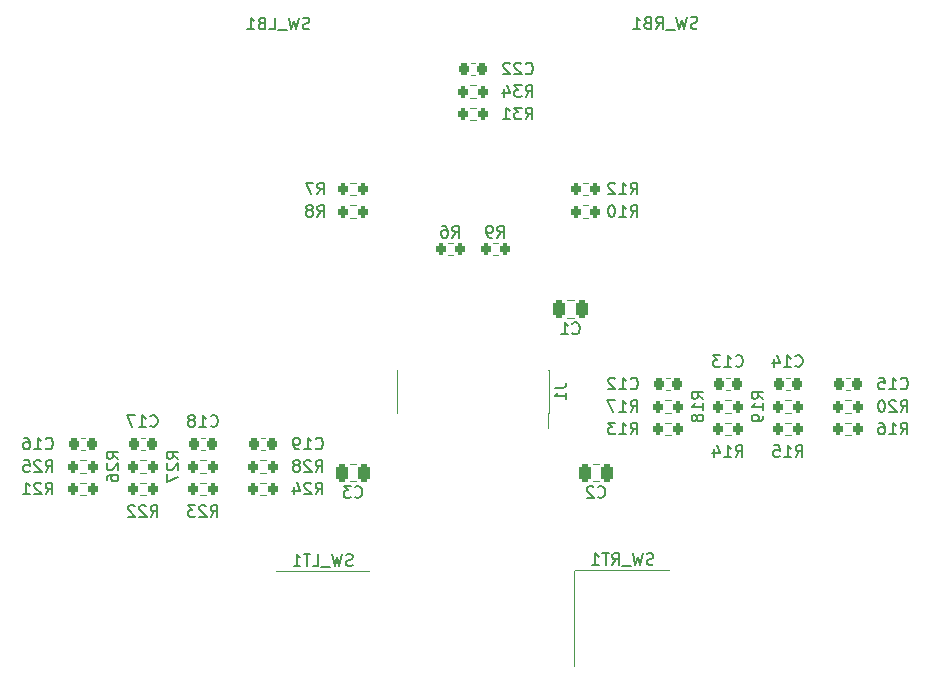
<source format=gbo>
%TF.GenerationSoftware,KiCad,Pcbnew,9.0.5*%
%TF.CreationDate,2025-11-15T17:59:51+00:00*%
%TF.ProjectId,gk-controls,676b2d63-6f6e-4747-926f-6c732e6b6963,rev?*%
%TF.SameCoordinates,Original*%
%TF.FileFunction,Legend,Bot*%
%TF.FilePolarity,Positive*%
%FSLAX46Y46*%
G04 Gerber Fmt 4.6, Leading zero omitted, Abs format (unit mm)*
G04 Created by KiCad (PCBNEW 9.0.5) date 2025-11-15 17:59:51*
%MOMM*%
%LPD*%
G01*
G04 APERTURE LIST*
G04 Aperture macros list*
%AMRoundRect*
0 Rectangle with rounded corners*
0 $1 Rounding radius*
0 $2 $3 $4 $5 $6 $7 $8 $9 X,Y pos of 4 corners*
0 Add a 4 corners polygon primitive as box body*
4,1,4,$2,$3,$4,$5,$6,$7,$8,$9,$2,$3,0*
0 Add four circle primitives for the rounded corners*
1,1,$1+$1,$2,$3*
1,1,$1+$1,$4,$5*
1,1,$1+$1,$6,$7*
1,1,$1+$1,$8,$9*
0 Add four rect primitives between the rounded corners*
20,1,$1+$1,$2,$3,$4,$5,0*
20,1,$1+$1,$4,$5,$6,$7,0*
20,1,$1+$1,$6,$7,$8,$9,0*
20,1,$1+$1,$8,$9,$2,$3,0*%
G04 Aperture macros list end*
%ADD10C,0.150000*%
%ADD11C,0.120000*%
%ADD12C,1.800000*%
%ADD13O,5.000000X2.400000*%
%ADD14O,1.800000X2.300000*%
%ADD15R,1.700000X1.700000*%
%ADD16C,3.200000*%
%ADD17O,2.400000X5.000000*%
%ADD18O,2.300000X1.800000*%
%ADD19RoundRect,0.200000X-0.200000X-0.275000X0.200000X-0.275000X0.200000X0.275000X-0.200000X0.275000X0*%
%ADD20RoundRect,0.200000X0.200000X0.275000X-0.200000X0.275000X-0.200000X-0.275000X0.200000X-0.275000X0*%
%ADD21R,0.740000X2.400000*%
%ADD22RoundRect,0.225000X-0.225000X-0.250000X0.225000X-0.250000X0.225000X0.250000X-0.225000X0.250000X0*%
%ADD23RoundRect,0.250000X-0.250000X-0.475000X0.250000X-0.475000X0.250000X0.475000X-0.250000X0.475000X0*%
G04 APERTURE END LIST*
D10*
X70492857Y-76019819D02*
X70826190Y-75543628D01*
X71064285Y-76019819D02*
X71064285Y-75019819D01*
X71064285Y-75019819D02*
X70683333Y-75019819D01*
X70683333Y-75019819D02*
X70588095Y-75067438D01*
X70588095Y-75067438D02*
X70540476Y-75115057D01*
X70540476Y-75115057D02*
X70492857Y-75210295D01*
X70492857Y-75210295D02*
X70492857Y-75353152D01*
X70492857Y-75353152D02*
X70540476Y-75448390D01*
X70540476Y-75448390D02*
X70588095Y-75496009D01*
X70588095Y-75496009D02*
X70683333Y-75543628D01*
X70683333Y-75543628D02*
X71064285Y-75543628D01*
X70111904Y-75115057D02*
X70064285Y-75067438D01*
X70064285Y-75067438D02*
X69969047Y-75019819D01*
X69969047Y-75019819D02*
X69730952Y-75019819D01*
X69730952Y-75019819D02*
X69635714Y-75067438D01*
X69635714Y-75067438D02*
X69588095Y-75115057D01*
X69588095Y-75115057D02*
X69540476Y-75210295D01*
X69540476Y-75210295D02*
X69540476Y-75305533D01*
X69540476Y-75305533D02*
X69588095Y-75448390D01*
X69588095Y-75448390D02*
X70159523Y-76019819D01*
X70159523Y-76019819D02*
X69540476Y-76019819D01*
X68588095Y-76019819D02*
X69159523Y-76019819D01*
X68873809Y-76019819D02*
X68873809Y-75019819D01*
X68873809Y-75019819D02*
X68969047Y-75162676D01*
X68969047Y-75162676D02*
X69064285Y-75257914D01*
X69064285Y-75257914D02*
X69159523Y-75305533D01*
X81734819Y-73017142D02*
X81258628Y-72683809D01*
X81734819Y-72445714D02*
X80734819Y-72445714D01*
X80734819Y-72445714D02*
X80734819Y-72826666D01*
X80734819Y-72826666D02*
X80782438Y-72921904D01*
X80782438Y-72921904D02*
X80830057Y-72969523D01*
X80830057Y-72969523D02*
X80925295Y-73017142D01*
X80925295Y-73017142D02*
X81068152Y-73017142D01*
X81068152Y-73017142D02*
X81163390Y-72969523D01*
X81163390Y-72969523D02*
X81211009Y-72921904D01*
X81211009Y-72921904D02*
X81258628Y-72826666D01*
X81258628Y-72826666D02*
X81258628Y-72445714D01*
X80830057Y-73398095D02*
X80782438Y-73445714D01*
X80782438Y-73445714D02*
X80734819Y-73540952D01*
X80734819Y-73540952D02*
X80734819Y-73779047D01*
X80734819Y-73779047D02*
X80782438Y-73874285D01*
X80782438Y-73874285D02*
X80830057Y-73921904D01*
X80830057Y-73921904D02*
X80925295Y-73969523D01*
X80925295Y-73969523D02*
X81020533Y-73969523D01*
X81020533Y-73969523D02*
X81163390Y-73921904D01*
X81163390Y-73921904D02*
X81734819Y-73350476D01*
X81734819Y-73350476D02*
X81734819Y-73969523D01*
X80734819Y-74302857D02*
X80734819Y-74969523D01*
X80734819Y-74969523D02*
X81734819Y-74540952D01*
X70492857Y-74114819D02*
X70826190Y-73638628D01*
X71064285Y-74114819D02*
X71064285Y-73114819D01*
X71064285Y-73114819D02*
X70683333Y-73114819D01*
X70683333Y-73114819D02*
X70588095Y-73162438D01*
X70588095Y-73162438D02*
X70540476Y-73210057D01*
X70540476Y-73210057D02*
X70492857Y-73305295D01*
X70492857Y-73305295D02*
X70492857Y-73448152D01*
X70492857Y-73448152D02*
X70540476Y-73543390D01*
X70540476Y-73543390D02*
X70588095Y-73591009D01*
X70588095Y-73591009D02*
X70683333Y-73638628D01*
X70683333Y-73638628D02*
X71064285Y-73638628D01*
X70111904Y-73210057D02*
X70064285Y-73162438D01*
X70064285Y-73162438D02*
X69969047Y-73114819D01*
X69969047Y-73114819D02*
X69730952Y-73114819D01*
X69730952Y-73114819D02*
X69635714Y-73162438D01*
X69635714Y-73162438D02*
X69588095Y-73210057D01*
X69588095Y-73210057D02*
X69540476Y-73305295D01*
X69540476Y-73305295D02*
X69540476Y-73400533D01*
X69540476Y-73400533D02*
X69588095Y-73543390D01*
X69588095Y-73543390D02*
X70159523Y-74114819D01*
X70159523Y-74114819D02*
X69540476Y-74114819D01*
X68635714Y-73114819D02*
X69111904Y-73114819D01*
X69111904Y-73114819D02*
X69159523Y-73591009D01*
X69159523Y-73591009D02*
X69111904Y-73543390D01*
X69111904Y-73543390D02*
X69016666Y-73495771D01*
X69016666Y-73495771D02*
X68778571Y-73495771D01*
X68778571Y-73495771D02*
X68683333Y-73543390D01*
X68683333Y-73543390D02*
X68635714Y-73591009D01*
X68635714Y-73591009D02*
X68588095Y-73686247D01*
X68588095Y-73686247D02*
X68588095Y-73924342D01*
X68588095Y-73924342D02*
X68635714Y-74019580D01*
X68635714Y-74019580D02*
X68683333Y-74067200D01*
X68683333Y-74067200D02*
X68778571Y-74114819D01*
X68778571Y-74114819D02*
X69016666Y-74114819D01*
X69016666Y-74114819D02*
X69111904Y-74067200D01*
X69111904Y-74067200D02*
X69159523Y-74019580D01*
X93352857Y-74114819D02*
X93686190Y-73638628D01*
X93924285Y-74114819D02*
X93924285Y-73114819D01*
X93924285Y-73114819D02*
X93543333Y-73114819D01*
X93543333Y-73114819D02*
X93448095Y-73162438D01*
X93448095Y-73162438D02*
X93400476Y-73210057D01*
X93400476Y-73210057D02*
X93352857Y-73305295D01*
X93352857Y-73305295D02*
X93352857Y-73448152D01*
X93352857Y-73448152D02*
X93400476Y-73543390D01*
X93400476Y-73543390D02*
X93448095Y-73591009D01*
X93448095Y-73591009D02*
X93543333Y-73638628D01*
X93543333Y-73638628D02*
X93924285Y-73638628D01*
X92971904Y-73210057D02*
X92924285Y-73162438D01*
X92924285Y-73162438D02*
X92829047Y-73114819D01*
X92829047Y-73114819D02*
X92590952Y-73114819D01*
X92590952Y-73114819D02*
X92495714Y-73162438D01*
X92495714Y-73162438D02*
X92448095Y-73210057D01*
X92448095Y-73210057D02*
X92400476Y-73305295D01*
X92400476Y-73305295D02*
X92400476Y-73400533D01*
X92400476Y-73400533D02*
X92448095Y-73543390D01*
X92448095Y-73543390D02*
X93019523Y-74114819D01*
X93019523Y-74114819D02*
X92400476Y-74114819D01*
X91829047Y-73543390D02*
X91924285Y-73495771D01*
X91924285Y-73495771D02*
X91971904Y-73448152D01*
X91971904Y-73448152D02*
X92019523Y-73352914D01*
X92019523Y-73352914D02*
X92019523Y-73305295D01*
X92019523Y-73305295D02*
X91971904Y-73210057D01*
X91971904Y-73210057D02*
X91924285Y-73162438D01*
X91924285Y-73162438D02*
X91829047Y-73114819D01*
X91829047Y-73114819D02*
X91638571Y-73114819D01*
X91638571Y-73114819D02*
X91543333Y-73162438D01*
X91543333Y-73162438D02*
X91495714Y-73210057D01*
X91495714Y-73210057D02*
X91448095Y-73305295D01*
X91448095Y-73305295D02*
X91448095Y-73352914D01*
X91448095Y-73352914D02*
X91495714Y-73448152D01*
X91495714Y-73448152D02*
X91543333Y-73495771D01*
X91543333Y-73495771D02*
X91638571Y-73543390D01*
X91638571Y-73543390D02*
X91829047Y-73543390D01*
X91829047Y-73543390D02*
X91924285Y-73591009D01*
X91924285Y-73591009D02*
X91971904Y-73638628D01*
X91971904Y-73638628D02*
X92019523Y-73733866D01*
X92019523Y-73733866D02*
X92019523Y-73924342D01*
X92019523Y-73924342D02*
X91971904Y-74019580D01*
X91971904Y-74019580D02*
X91924285Y-74067200D01*
X91924285Y-74067200D02*
X91829047Y-74114819D01*
X91829047Y-74114819D02*
X91638571Y-74114819D01*
X91638571Y-74114819D02*
X91543333Y-74067200D01*
X91543333Y-74067200D02*
X91495714Y-74019580D01*
X91495714Y-74019580D02*
X91448095Y-73924342D01*
X91448095Y-73924342D02*
X91448095Y-73733866D01*
X91448095Y-73733866D02*
X91495714Y-73638628D01*
X91495714Y-73638628D02*
X91543333Y-73591009D01*
X91543333Y-73591009D02*
X91638571Y-73543390D01*
X125672945Y-36543332D02*
X125530088Y-36590951D01*
X125530088Y-36590951D02*
X125291993Y-36590951D01*
X125291993Y-36590951D02*
X125196755Y-36543332D01*
X125196755Y-36543332D02*
X125149136Y-36495712D01*
X125149136Y-36495712D02*
X125101517Y-36400474D01*
X125101517Y-36400474D02*
X125101517Y-36305236D01*
X125101517Y-36305236D02*
X125149136Y-36209998D01*
X125149136Y-36209998D02*
X125196755Y-36162379D01*
X125196755Y-36162379D02*
X125291993Y-36114760D01*
X125291993Y-36114760D02*
X125482469Y-36067141D01*
X125482469Y-36067141D02*
X125577707Y-36019522D01*
X125577707Y-36019522D02*
X125625326Y-35971903D01*
X125625326Y-35971903D02*
X125672945Y-35876665D01*
X125672945Y-35876665D02*
X125672945Y-35781427D01*
X125672945Y-35781427D02*
X125625326Y-35686189D01*
X125625326Y-35686189D02*
X125577707Y-35638570D01*
X125577707Y-35638570D02*
X125482469Y-35590951D01*
X125482469Y-35590951D02*
X125244374Y-35590951D01*
X125244374Y-35590951D02*
X125101517Y-35638570D01*
X124768183Y-35590951D02*
X124530088Y-36590951D01*
X124530088Y-36590951D02*
X124339612Y-35876665D01*
X124339612Y-35876665D02*
X124149136Y-36590951D01*
X124149136Y-36590951D02*
X123911041Y-35590951D01*
X123768184Y-36686189D02*
X123006279Y-36686189D01*
X122196755Y-36590951D02*
X122530088Y-36114760D01*
X122768183Y-36590951D02*
X122768183Y-35590951D01*
X122768183Y-35590951D02*
X122387231Y-35590951D01*
X122387231Y-35590951D02*
X122291993Y-35638570D01*
X122291993Y-35638570D02*
X122244374Y-35686189D01*
X122244374Y-35686189D02*
X122196755Y-35781427D01*
X122196755Y-35781427D02*
X122196755Y-35924284D01*
X122196755Y-35924284D02*
X122244374Y-36019522D01*
X122244374Y-36019522D02*
X122291993Y-36067141D01*
X122291993Y-36067141D02*
X122387231Y-36114760D01*
X122387231Y-36114760D02*
X122768183Y-36114760D01*
X121434850Y-36067141D02*
X121291993Y-36114760D01*
X121291993Y-36114760D02*
X121244374Y-36162379D01*
X121244374Y-36162379D02*
X121196755Y-36257617D01*
X121196755Y-36257617D02*
X121196755Y-36400474D01*
X121196755Y-36400474D02*
X121244374Y-36495712D01*
X121244374Y-36495712D02*
X121291993Y-36543332D01*
X121291993Y-36543332D02*
X121387231Y-36590951D01*
X121387231Y-36590951D02*
X121768183Y-36590951D01*
X121768183Y-36590951D02*
X121768183Y-35590951D01*
X121768183Y-35590951D02*
X121434850Y-35590951D01*
X121434850Y-35590951D02*
X121339612Y-35638570D01*
X121339612Y-35638570D02*
X121291993Y-35686189D01*
X121291993Y-35686189D02*
X121244374Y-35781427D01*
X121244374Y-35781427D02*
X121244374Y-35876665D01*
X121244374Y-35876665D02*
X121291993Y-35971903D01*
X121291993Y-35971903D02*
X121339612Y-36019522D01*
X121339612Y-36019522D02*
X121434850Y-36067141D01*
X121434850Y-36067141D02*
X121768183Y-36067141D01*
X120244374Y-36590951D02*
X120815802Y-36590951D01*
X120530088Y-36590951D02*
X120530088Y-35590951D01*
X120530088Y-35590951D02*
X120625326Y-35733808D01*
X120625326Y-35733808D02*
X120720564Y-35829046D01*
X120720564Y-35829046D02*
X120815802Y-35876665D01*
X113594819Y-66976666D02*
X114309104Y-66976666D01*
X114309104Y-66976666D02*
X114451961Y-66929047D01*
X114451961Y-66929047D02*
X114547200Y-66833809D01*
X114547200Y-66833809D02*
X114594819Y-66690952D01*
X114594819Y-66690952D02*
X114594819Y-66595714D01*
X114594819Y-67976666D02*
X114594819Y-67405238D01*
X114594819Y-67690952D02*
X113594819Y-67690952D01*
X113594819Y-67690952D02*
X113737676Y-67595714D01*
X113737676Y-67595714D02*
X113832914Y-67500476D01*
X113832914Y-67500476D02*
X113880533Y-67405238D01*
X79382857Y-77924819D02*
X79716190Y-77448628D01*
X79954285Y-77924819D02*
X79954285Y-76924819D01*
X79954285Y-76924819D02*
X79573333Y-76924819D01*
X79573333Y-76924819D02*
X79478095Y-76972438D01*
X79478095Y-76972438D02*
X79430476Y-77020057D01*
X79430476Y-77020057D02*
X79382857Y-77115295D01*
X79382857Y-77115295D02*
X79382857Y-77258152D01*
X79382857Y-77258152D02*
X79430476Y-77353390D01*
X79430476Y-77353390D02*
X79478095Y-77401009D01*
X79478095Y-77401009D02*
X79573333Y-77448628D01*
X79573333Y-77448628D02*
X79954285Y-77448628D01*
X79001904Y-77020057D02*
X78954285Y-76972438D01*
X78954285Y-76972438D02*
X78859047Y-76924819D01*
X78859047Y-76924819D02*
X78620952Y-76924819D01*
X78620952Y-76924819D02*
X78525714Y-76972438D01*
X78525714Y-76972438D02*
X78478095Y-77020057D01*
X78478095Y-77020057D02*
X78430476Y-77115295D01*
X78430476Y-77115295D02*
X78430476Y-77210533D01*
X78430476Y-77210533D02*
X78478095Y-77353390D01*
X78478095Y-77353390D02*
X79049523Y-77924819D01*
X79049523Y-77924819D02*
X78430476Y-77924819D01*
X78049523Y-77020057D02*
X78001904Y-76972438D01*
X78001904Y-76972438D02*
X77906666Y-76924819D01*
X77906666Y-76924819D02*
X77668571Y-76924819D01*
X77668571Y-76924819D02*
X77573333Y-76972438D01*
X77573333Y-76972438D02*
X77525714Y-77020057D01*
X77525714Y-77020057D02*
X77478095Y-77115295D01*
X77478095Y-77115295D02*
X77478095Y-77210533D01*
X77478095Y-77210533D02*
X77525714Y-77353390D01*
X77525714Y-77353390D02*
X78097142Y-77924819D01*
X78097142Y-77924819D02*
X77478095Y-77924819D01*
X120022857Y-67034580D02*
X120070476Y-67082200D01*
X120070476Y-67082200D02*
X120213333Y-67129819D01*
X120213333Y-67129819D02*
X120308571Y-67129819D01*
X120308571Y-67129819D02*
X120451428Y-67082200D01*
X120451428Y-67082200D02*
X120546666Y-66986961D01*
X120546666Y-66986961D02*
X120594285Y-66891723D01*
X120594285Y-66891723D02*
X120641904Y-66701247D01*
X120641904Y-66701247D02*
X120641904Y-66558390D01*
X120641904Y-66558390D02*
X120594285Y-66367914D01*
X120594285Y-66367914D02*
X120546666Y-66272676D01*
X120546666Y-66272676D02*
X120451428Y-66177438D01*
X120451428Y-66177438D02*
X120308571Y-66129819D01*
X120308571Y-66129819D02*
X120213333Y-66129819D01*
X120213333Y-66129819D02*
X120070476Y-66177438D01*
X120070476Y-66177438D02*
X120022857Y-66225057D01*
X119070476Y-67129819D02*
X119641904Y-67129819D01*
X119356190Y-67129819D02*
X119356190Y-66129819D01*
X119356190Y-66129819D02*
X119451428Y-66272676D01*
X119451428Y-66272676D02*
X119546666Y-66367914D01*
X119546666Y-66367914D02*
X119641904Y-66415533D01*
X118689523Y-66225057D02*
X118641904Y-66177438D01*
X118641904Y-66177438D02*
X118546666Y-66129819D01*
X118546666Y-66129819D02*
X118308571Y-66129819D01*
X118308571Y-66129819D02*
X118213333Y-66177438D01*
X118213333Y-66177438D02*
X118165714Y-66225057D01*
X118165714Y-66225057D02*
X118118095Y-66320295D01*
X118118095Y-66320295D02*
X118118095Y-66415533D01*
X118118095Y-66415533D02*
X118165714Y-66558390D01*
X118165714Y-66558390D02*
X118737142Y-67129819D01*
X118737142Y-67129819D02*
X118118095Y-67129819D01*
X93352857Y-76019819D02*
X93686190Y-75543628D01*
X93924285Y-76019819D02*
X93924285Y-75019819D01*
X93924285Y-75019819D02*
X93543333Y-75019819D01*
X93543333Y-75019819D02*
X93448095Y-75067438D01*
X93448095Y-75067438D02*
X93400476Y-75115057D01*
X93400476Y-75115057D02*
X93352857Y-75210295D01*
X93352857Y-75210295D02*
X93352857Y-75353152D01*
X93352857Y-75353152D02*
X93400476Y-75448390D01*
X93400476Y-75448390D02*
X93448095Y-75496009D01*
X93448095Y-75496009D02*
X93543333Y-75543628D01*
X93543333Y-75543628D02*
X93924285Y-75543628D01*
X92971904Y-75115057D02*
X92924285Y-75067438D01*
X92924285Y-75067438D02*
X92829047Y-75019819D01*
X92829047Y-75019819D02*
X92590952Y-75019819D01*
X92590952Y-75019819D02*
X92495714Y-75067438D01*
X92495714Y-75067438D02*
X92448095Y-75115057D01*
X92448095Y-75115057D02*
X92400476Y-75210295D01*
X92400476Y-75210295D02*
X92400476Y-75305533D01*
X92400476Y-75305533D02*
X92448095Y-75448390D01*
X92448095Y-75448390D02*
X93019523Y-76019819D01*
X93019523Y-76019819D02*
X92400476Y-76019819D01*
X91543333Y-75353152D02*
X91543333Y-76019819D01*
X91781428Y-74972200D02*
X92019523Y-75686485D01*
X92019523Y-75686485D02*
X91400476Y-75686485D01*
X142882857Y-67034580D02*
X142930476Y-67082200D01*
X142930476Y-67082200D02*
X143073333Y-67129819D01*
X143073333Y-67129819D02*
X143168571Y-67129819D01*
X143168571Y-67129819D02*
X143311428Y-67082200D01*
X143311428Y-67082200D02*
X143406666Y-66986961D01*
X143406666Y-66986961D02*
X143454285Y-66891723D01*
X143454285Y-66891723D02*
X143501904Y-66701247D01*
X143501904Y-66701247D02*
X143501904Y-66558390D01*
X143501904Y-66558390D02*
X143454285Y-66367914D01*
X143454285Y-66367914D02*
X143406666Y-66272676D01*
X143406666Y-66272676D02*
X143311428Y-66177438D01*
X143311428Y-66177438D02*
X143168571Y-66129819D01*
X143168571Y-66129819D02*
X143073333Y-66129819D01*
X143073333Y-66129819D02*
X142930476Y-66177438D01*
X142930476Y-66177438D02*
X142882857Y-66225057D01*
X141930476Y-67129819D02*
X142501904Y-67129819D01*
X142216190Y-67129819D02*
X142216190Y-66129819D01*
X142216190Y-66129819D02*
X142311428Y-66272676D01*
X142311428Y-66272676D02*
X142406666Y-66367914D01*
X142406666Y-66367914D02*
X142501904Y-66415533D01*
X141025714Y-66129819D02*
X141501904Y-66129819D01*
X141501904Y-66129819D02*
X141549523Y-66606009D01*
X141549523Y-66606009D02*
X141501904Y-66558390D01*
X141501904Y-66558390D02*
X141406666Y-66510771D01*
X141406666Y-66510771D02*
X141168571Y-66510771D01*
X141168571Y-66510771D02*
X141073333Y-66558390D01*
X141073333Y-66558390D02*
X141025714Y-66606009D01*
X141025714Y-66606009D02*
X140978095Y-66701247D01*
X140978095Y-66701247D02*
X140978095Y-66939342D01*
X140978095Y-66939342D02*
X141025714Y-67034580D01*
X141025714Y-67034580D02*
X141073333Y-67082200D01*
X141073333Y-67082200D02*
X141168571Y-67129819D01*
X141168571Y-67129819D02*
X141406666Y-67129819D01*
X141406666Y-67129819D02*
X141501904Y-67082200D01*
X141501904Y-67082200D02*
X141549523Y-67034580D01*
X131264819Y-67937142D02*
X130788628Y-67603809D01*
X131264819Y-67365714D02*
X130264819Y-67365714D01*
X130264819Y-67365714D02*
X130264819Y-67746666D01*
X130264819Y-67746666D02*
X130312438Y-67841904D01*
X130312438Y-67841904D02*
X130360057Y-67889523D01*
X130360057Y-67889523D02*
X130455295Y-67937142D01*
X130455295Y-67937142D02*
X130598152Y-67937142D01*
X130598152Y-67937142D02*
X130693390Y-67889523D01*
X130693390Y-67889523D02*
X130741009Y-67841904D01*
X130741009Y-67841904D02*
X130788628Y-67746666D01*
X130788628Y-67746666D02*
X130788628Y-67365714D01*
X131264819Y-68889523D02*
X131264819Y-68318095D01*
X131264819Y-68603809D02*
X130264819Y-68603809D01*
X130264819Y-68603809D02*
X130407676Y-68508571D01*
X130407676Y-68508571D02*
X130502914Y-68413333D01*
X130502914Y-68413333D02*
X130550533Y-68318095D01*
X131264819Y-69365714D02*
X131264819Y-69556190D01*
X131264819Y-69556190D02*
X131217200Y-69651428D01*
X131217200Y-69651428D02*
X131169580Y-69699047D01*
X131169580Y-69699047D02*
X131026723Y-69794285D01*
X131026723Y-69794285D02*
X130836247Y-69841904D01*
X130836247Y-69841904D02*
X130455295Y-69841904D01*
X130455295Y-69841904D02*
X130360057Y-69794285D01*
X130360057Y-69794285D02*
X130312438Y-69746666D01*
X130312438Y-69746666D02*
X130264819Y-69651428D01*
X130264819Y-69651428D02*
X130264819Y-69460952D01*
X130264819Y-69460952D02*
X130312438Y-69365714D01*
X130312438Y-69365714D02*
X130360057Y-69318095D01*
X130360057Y-69318095D02*
X130455295Y-69270476D01*
X130455295Y-69270476D02*
X130693390Y-69270476D01*
X130693390Y-69270476D02*
X130788628Y-69318095D01*
X130788628Y-69318095D02*
X130836247Y-69365714D01*
X130836247Y-69365714D02*
X130883866Y-69460952D01*
X130883866Y-69460952D02*
X130883866Y-69651428D01*
X130883866Y-69651428D02*
X130836247Y-69746666D01*
X130836247Y-69746666D02*
X130788628Y-69794285D01*
X130788628Y-69794285D02*
X130693390Y-69841904D01*
X120022857Y-70939819D02*
X120356190Y-70463628D01*
X120594285Y-70939819D02*
X120594285Y-69939819D01*
X120594285Y-69939819D02*
X120213333Y-69939819D01*
X120213333Y-69939819D02*
X120118095Y-69987438D01*
X120118095Y-69987438D02*
X120070476Y-70035057D01*
X120070476Y-70035057D02*
X120022857Y-70130295D01*
X120022857Y-70130295D02*
X120022857Y-70273152D01*
X120022857Y-70273152D02*
X120070476Y-70368390D01*
X120070476Y-70368390D02*
X120118095Y-70416009D01*
X120118095Y-70416009D02*
X120213333Y-70463628D01*
X120213333Y-70463628D02*
X120594285Y-70463628D01*
X119070476Y-70939819D02*
X119641904Y-70939819D01*
X119356190Y-70939819D02*
X119356190Y-69939819D01*
X119356190Y-69939819D02*
X119451428Y-70082676D01*
X119451428Y-70082676D02*
X119546666Y-70177914D01*
X119546666Y-70177914D02*
X119641904Y-70225533D01*
X118737142Y-69939819D02*
X118118095Y-69939819D01*
X118118095Y-69939819D02*
X118451428Y-70320771D01*
X118451428Y-70320771D02*
X118308571Y-70320771D01*
X118308571Y-70320771D02*
X118213333Y-70368390D01*
X118213333Y-70368390D02*
X118165714Y-70416009D01*
X118165714Y-70416009D02*
X118118095Y-70511247D01*
X118118095Y-70511247D02*
X118118095Y-70749342D01*
X118118095Y-70749342D02*
X118165714Y-70844580D01*
X118165714Y-70844580D02*
X118213333Y-70892200D01*
X118213333Y-70892200D02*
X118308571Y-70939819D01*
X118308571Y-70939819D02*
X118594285Y-70939819D01*
X118594285Y-70939819D02*
X118689523Y-70892200D01*
X118689523Y-70892200D02*
X118737142Y-70844580D01*
X126184819Y-67937142D02*
X125708628Y-67603809D01*
X126184819Y-67365714D02*
X125184819Y-67365714D01*
X125184819Y-67365714D02*
X125184819Y-67746666D01*
X125184819Y-67746666D02*
X125232438Y-67841904D01*
X125232438Y-67841904D02*
X125280057Y-67889523D01*
X125280057Y-67889523D02*
X125375295Y-67937142D01*
X125375295Y-67937142D02*
X125518152Y-67937142D01*
X125518152Y-67937142D02*
X125613390Y-67889523D01*
X125613390Y-67889523D02*
X125661009Y-67841904D01*
X125661009Y-67841904D02*
X125708628Y-67746666D01*
X125708628Y-67746666D02*
X125708628Y-67365714D01*
X126184819Y-68889523D02*
X126184819Y-68318095D01*
X126184819Y-68603809D02*
X125184819Y-68603809D01*
X125184819Y-68603809D02*
X125327676Y-68508571D01*
X125327676Y-68508571D02*
X125422914Y-68413333D01*
X125422914Y-68413333D02*
X125470533Y-68318095D01*
X125613390Y-69460952D02*
X125565771Y-69365714D01*
X125565771Y-69365714D02*
X125518152Y-69318095D01*
X125518152Y-69318095D02*
X125422914Y-69270476D01*
X125422914Y-69270476D02*
X125375295Y-69270476D01*
X125375295Y-69270476D02*
X125280057Y-69318095D01*
X125280057Y-69318095D02*
X125232438Y-69365714D01*
X125232438Y-69365714D02*
X125184819Y-69460952D01*
X125184819Y-69460952D02*
X125184819Y-69651428D01*
X125184819Y-69651428D02*
X125232438Y-69746666D01*
X125232438Y-69746666D02*
X125280057Y-69794285D01*
X125280057Y-69794285D02*
X125375295Y-69841904D01*
X125375295Y-69841904D02*
X125422914Y-69841904D01*
X125422914Y-69841904D02*
X125518152Y-69794285D01*
X125518152Y-69794285D02*
X125565771Y-69746666D01*
X125565771Y-69746666D02*
X125613390Y-69651428D01*
X125613390Y-69651428D02*
X125613390Y-69460952D01*
X125613390Y-69460952D02*
X125661009Y-69365714D01*
X125661009Y-69365714D02*
X125708628Y-69318095D01*
X125708628Y-69318095D02*
X125803866Y-69270476D01*
X125803866Y-69270476D02*
X125994342Y-69270476D01*
X125994342Y-69270476D02*
X126089580Y-69318095D01*
X126089580Y-69318095D02*
X126137200Y-69365714D01*
X126137200Y-69365714D02*
X126184819Y-69460952D01*
X126184819Y-69460952D02*
X126184819Y-69651428D01*
X126184819Y-69651428D02*
X126137200Y-69746666D01*
X126137200Y-69746666D02*
X126089580Y-69794285D01*
X126089580Y-69794285D02*
X125994342Y-69841904D01*
X125994342Y-69841904D02*
X125803866Y-69841904D01*
X125803866Y-69841904D02*
X125708628Y-69794285D01*
X125708628Y-69794285D02*
X125661009Y-69746666D01*
X125661009Y-69746666D02*
X125613390Y-69651428D01*
X111132857Y-40364580D02*
X111180476Y-40412200D01*
X111180476Y-40412200D02*
X111323333Y-40459819D01*
X111323333Y-40459819D02*
X111418571Y-40459819D01*
X111418571Y-40459819D02*
X111561428Y-40412200D01*
X111561428Y-40412200D02*
X111656666Y-40316961D01*
X111656666Y-40316961D02*
X111704285Y-40221723D01*
X111704285Y-40221723D02*
X111751904Y-40031247D01*
X111751904Y-40031247D02*
X111751904Y-39888390D01*
X111751904Y-39888390D02*
X111704285Y-39697914D01*
X111704285Y-39697914D02*
X111656666Y-39602676D01*
X111656666Y-39602676D02*
X111561428Y-39507438D01*
X111561428Y-39507438D02*
X111418571Y-39459819D01*
X111418571Y-39459819D02*
X111323333Y-39459819D01*
X111323333Y-39459819D02*
X111180476Y-39507438D01*
X111180476Y-39507438D02*
X111132857Y-39555057D01*
X110751904Y-39555057D02*
X110704285Y-39507438D01*
X110704285Y-39507438D02*
X110609047Y-39459819D01*
X110609047Y-39459819D02*
X110370952Y-39459819D01*
X110370952Y-39459819D02*
X110275714Y-39507438D01*
X110275714Y-39507438D02*
X110228095Y-39555057D01*
X110228095Y-39555057D02*
X110180476Y-39650295D01*
X110180476Y-39650295D02*
X110180476Y-39745533D01*
X110180476Y-39745533D02*
X110228095Y-39888390D01*
X110228095Y-39888390D02*
X110799523Y-40459819D01*
X110799523Y-40459819D02*
X110180476Y-40459819D01*
X109799523Y-39555057D02*
X109751904Y-39507438D01*
X109751904Y-39507438D02*
X109656666Y-39459819D01*
X109656666Y-39459819D02*
X109418571Y-39459819D01*
X109418571Y-39459819D02*
X109323333Y-39507438D01*
X109323333Y-39507438D02*
X109275714Y-39555057D01*
X109275714Y-39555057D02*
X109228095Y-39650295D01*
X109228095Y-39650295D02*
X109228095Y-39745533D01*
X109228095Y-39745533D02*
X109275714Y-39888390D01*
X109275714Y-39888390D02*
X109847142Y-40459819D01*
X109847142Y-40459819D02*
X109228095Y-40459819D01*
X92827707Y-36593332D02*
X92684850Y-36640951D01*
X92684850Y-36640951D02*
X92446755Y-36640951D01*
X92446755Y-36640951D02*
X92351517Y-36593332D01*
X92351517Y-36593332D02*
X92303898Y-36545712D01*
X92303898Y-36545712D02*
X92256279Y-36450474D01*
X92256279Y-36450474D02*
X92256279Y-36355236D01*
X92256279Y-36355236D02*
X92303898Y-36259998D01*
X92303898Y-36259998D02*
X92351517Y-36212379D01*
X92351517Y-36212379D02*
X92446755Y-36164760D01*
X92446755Y-36164760D02*
X92637231Y-36117141D01*
X92637231Y-36117141D02*
X92732469Y-36069522D01*
X92732469Y-36069522D02*
X92780088Y-36021903D01*
X92780088Y-36021903D02*
X92827707Y-35926665D01*
X92827707Y-35926665D02*
X92827707Y-35831427D01*
X92827707Y-35831427D02*
X92780088Y-35736189D01*
X92780088Y-35736189D02*
X92732469Y-35688570D01*
X92732469Y-35688570D02*
X92637231Y-35640951D01*
X92637231Y-35640951D02*
X92399136Y-35640951D01*
X92399136Y-35640951D02*
X92256279Y-35688570D01*
X91922945Y-35640951D02*
X91684850Y-36640951D01*
X91684850Y-36640951D02*
X91494374Y-35926665D01*
X91494374Y-35926665D02*
X91303898Y-36640951D01*
X91303898Y-36640951D02*
X91065803Y-35640951D01*
X90922946Y-36736189D02*
X90161041Y-36736189D01*
X89446755Y-36640951D02*
X89922945Y-36640951D01*
X89922945Y-36640951D02*
X89922945Y-35640951D01*
X88780088Y-36117141D02*
X88637231Y-36164760D01*
X88637231Y-36164760D02*
X88589612Y-36212379D01*
X88589612Y-36212379D02*
X88541993Y-36307617D01*
X88541993Y-36307617D02*
X88541993Y-36450474D01*
X88541993Y-36450474D02*
X88589612Y-36545712D01*
X88589612Y-36545712D02*
X88637231Y-36593332D01*
X88637231Y-36593332D02*
X88732469Y-36640951D01*
X88732469Y-36640951D02*
X89113421Y-36640951D01*
X89113421Y-36640951D02*
X89113421Y-35640951D01*
X89113421Y-35640951D02*
X88780088Y-35640951D01*
X88780088Y-35640951D02*
X88684850Y-35688570D01*
X88684850Y-35688570D02*
X88637231Y-35736189D01*
X88637231Y-35736189D02*
X88589612Y-35831427D01*
X88589612Y-35831427D02*
X88589612Y-35926665D01*
X88589612Y-35926665D02*
X88637231Y-36021903D01*
X88637231Y-36021903D02*
X88684850Y-36069522D01*
X88684850Y-36069522D02*
X88780088Y-36117141D01*
X88780088Y-36117141D02*
X89113421Y-36117141D01*
X87589612Y-36640951D02*
X88161040Y-36640951D01*
X87875326Y-36640951D02*
X87875326Y-35640951D01*
X87875326Y-35640951D02*
X87970564Y-35783808D01*
X87970564Y-35783808D02*
X88065802Y-35879046D01*
X88065802Y-35879046D02*
X88161040Y-35926665D01*
X111132857Y-42364819D02*
X111466190Y-41888628D01*
X111704285Y-42364819D02*
X111704285Y-41364819D01*
X111704285Y-41364819D02*
X111323333Y-41364819D01*
X111323333Y-41364819D02*
X111228095Y-41412438D01*
X111228095Y-41412438D02*
X111180476Y-41460057D01*
X111180476Y-41460057D02*
X111132857Y-41555295D01*
X111132857Y-41555295D02*
X111132857Y-41698152D01*
X111132857Y-41698152D02*
X111180476Y-41793390D01*
X111180476Y-41793390D02*
X111228095Y-41841009D01*
X111228095Y-41841009D02*
X111323333Y-41888628D01*
X111323333Y-41888628D02*
X111704285Y-41888628D01*
X110799523Y-41364819D02*
X110180476Y-41364819D01*
X110180476Y-41364819D02*
X110513809Y-41745771D01*
X110513809Y-41745771D02*
X110370952Y-41745771D01*
X110370952Y-41745771D02*
X110275714Y-41793390D01*
X110275714Y-41793390D02*
X110228095Y-41841009D01*
X110228095Y-41841009D02*
X110180476Y-41936247D01*
X110180476Y-41936247D02*
X110180476Y-42174342D01*
X110180476Y-42174342D02*
X110228095Y-42269580D01*
X110228095Y-42269580D02*
X110275714Y-42317200D01*
X110275714Y-42317200D02*
X110370952Y-42364819D01*
X110370952Y-42364819D02*
X110656666Y-42364819D01*
X110656666Y-42364819D02*
X110751904Y-42317200D01*
X110751904Y-42317200D02*
X110799523Y-42269580D01*
X109323333Y-41698152D02*
X109323333Y-42364819D01*
X109561428Y-41317200D02*
X109799523Y-42031485D01*
X109799523Y-42031485D02*
X109180476Y-42031485D01*
X84462857Y-77924819D02*
X84796190Y-77448628D01*
X85034285Y-77924819D02*
X85034285Y-76924819D01*
X85034285Y-76924819D02*
X84653333Y-76924819D01*
X84653333Y-76924819D02*
X84558095Y-76972438D01*
X84558095Y-76972438D02*
X84510476Y-77020057D01*
X84510476Y-77020057D02*
X84462857Y-77115295D01*
X84462857Y-77115295D02*
X84462857Y-77258152D01*
X84462857Y-77258152D02*
X84510476Y-77353390D01*
X84510476Y-77353390D02*
X84558095Y-77401009D01*
X84558095Y-77401009D02*
X84653333Y-77448628D01*
X84653333Y-77448628D02*
X85034285Y-77448628D01*
X84081904Y-77020057D02*
X84034285Y-76972438D01*
X84034285Y-76972438D02*
X83939047Y-76924819D01*
X83939047Y-76924819D02*
X83700952Y-76924819D01*
X83700952Y-76924819D02*
X83605714Y-76972438D01*
X83605714Y-76972438D02*
X83558095Y-77020057D01*
X83558095Y-77020057D02*
X83510476Y-77115295D01*
X83510476Y-77115295D02*
X83510476Y-77210533D01*
X83510476Y-77210533D02*
X83558095Y-77353390D01*
X83558095Y-77353390D02*
X84129523Y-77924819D01*
X84129523Y-77924819D02*
X83510476Y-77924819D01*
X83177142Y-76924819D02*
X82558095Y-76924819D01*
X82558095Y-76924819D02*
X82891428Y-77305771D01*
X82891428Y-77305771D02*
X82748571Y-77305771D01*
X82748571Y-77305771D02*
X82653333Y-77353390D01*
X82653333Y-77353390D02*
X82605714Y-77401009D01*
X82605714Y-77401009D02*
X82558095Y-77496247D01*
X82558095Y-77496247D02*
X82558095Y-77734342D01*
X82558095Y-77734342D02*
X82605714Y-77829580D01*
X82605714Y-77829580D02*
X82653333Y-77877200D01*
X82653333Y-77877200D02*
X82748571Y-77924819D01*
X82748571Y-77924819D02*
X83034285Y-77924819D01*
X83034285Y-77924819D02*
X83129523Y-77877200D01*
X83129523Y-77877200D02*
X83177142Y-77829580D01*
X79359047Y-70209580D02*
X79406666Y-70257200D01*
X79406666Y-70257200D02*
X79549523Y-70304819D01*
X79549523Y-70304819D02*
X79644761Y-70304819D01*
X79644761Y-70304819D02*
X79787618Y-70257200D01*
X79787618Y-70257200D02*
X79882856Y-70161961D01*
X79882856Y-70161961D02*
X79930475Y-70066723D01*
X79930475Y-70066723D02*
X79978094Y-69876247D01*
X79978094Y-69876247D02*
X79978094Y-69733390D01*
X79978094Y-69733390D02*
X79930475Y-69542914D01*
X79930475Y-69542914D02*
X79882856Y-69447676D01*
X79882856Y-69447676D02*
X79787618Y-69352438D01*
X79787618Y-69352438D02*
X79644761Y-69304819D01*
X79644761Y-69304819D02*
X79549523Y-69304819D01*
X79549523Y-69304819D02*
X79406666Y-69352438D01*
X79406666Y-69352438D02*
X79359047Y-69400057D01*
X78406666Y-70304819D02*
X78978094Y-70304819D01*
X78692380Y-70304819D02*
X78692380Y-69304819D01*
X78692380Y-69304819D02*
X78787618Y-69447676D01*
X78787618Y-69447676D02*
X78882856Y-69542914D01*
X78882856Y-69542914D02*
X78978094Y-69590533D01*
X78073332Y-69304819D02*
X77406666Y-69304819D01*
X77406666Y-69304819D02*
X77835237Y-70304819D01*
X120022857Y-52524819D02*
X120356190Y-52048628D01*
X120594285Y-52524819D02*
X120594285Y-51524819D01*
X120594285Y-51524819D02*
X120213333Y-51524819D01*
X120213333Y-51524819D02*
X120118095Y-51572438D01*
X120118095Y-51572438D02*
X120070476Y-51620057D01*
X120070476Y-51620057D02*
X120022857Y-51715295D01*
X120022857Y-51715295D02*
X120022857Y-51858152D01*
X120022857Y-51858152D02*
X120070476Y-51953390D01*
X120070476Y-51953390D02*
X120118095Y-52001009D01*
X120118095Y-52001009D02*
X120213333Y-52048628D01*
X120213333Y-52048628D02*
X120594285Y-52048628D01*
X119070476Y-52524819D02*
X119641904Y-52524819D01*
X119356190Y-52524819D02*
X119356190Y-51524819D01*
X119356190Y-51524819D02*
X119451428Y-51667676D01*
X119451428Y-51667676D02*
X119546666Y-51762914D01*
X119546666Y-51762914D02*
X119641904Y-51810533D01*
X118451428Y-51524819D02*
X118356190Y-51524819D01*
X118356190Y-51524819D02*
X118260952Y-51572438D01*
X118260952Y-51572438D02*
X118213333Y-51620057D01*
X118213333Y-51620057D02*
X118165714Y-51715295D01*
X118165714Y-51715295D02*
X118118095Y-51905771D01*
X118118095Y-51905771D02*
X118118095Y-52143866D01*
X118118095Y-52143866D02*
X118165714Y-52334342D01*
X118165714Y-52334342D02*
X118213333Y-52429580D01*
X118213333Y-52429580D02*
X118260952Y-52477200D01*
X118260952Y-52477200D02*
X118356190Y-52524819D01*
X118356190Y-52524819D02*
X118451428Y-52524819D01*
X118451428Y-52524819D02*
X118546666Y-52477200D01*
X118546666Y-52477200D02*
X118594285Y-52429580D01*
X118594285Y-52429580D02*
X118641904Y-52334342D01*
X118641904Y-52334342D02*
X118689523Y-52143866D01*
X118689523Y-52143866D02*
X118689523Y-51905771D01*
X118689523Y-51905771D02*
X118641904Y-51715295D01*
X118641904Y-51715295D02*
X118594285Y-51620057D01*
X118594285Y-51620057D02*
X118546666Y-51572438D01*
X118546666Y-51572438D02*
X118451428Y-51524819D01*
X117260666Y-76207580D02*
X117308285Y-76255200D01*
X117308285Y-76255200D02*
X117451142Y-76302819D01*
X117451142Y-76302819D02*
X117546380Y-76302819D01*
X117546380Y-76302819D02*
X117689237Y-76255200D01*
X117689237Y-76255200D02*
X117784475Y-76159961D01*
X117784475Y-76159961D02*
X117832094Y-76064723D01*
X117832094Y-76064723D02*
X117879713Y-75874247D01*
X117879713Y-75874247D02*
X117879713Y-75731390D01*
X117879713Y-75731390D02*
X117832094Y-75540914D01*
X117832094Y-75540914D02*
X117784475Y-75445676D01*
X117784475Y-75445676D02*
X117689237Y-75350438D01*
X117689237Y-75350438D02*
X117546380Y-75302819D01*
X117546380Y-75302819D02*
X117451142Y-75302819D01*
X117451142Y-75302819D02*
X117308285Y-75350438D01*
X117308285Y-75350438D02*
X117260666Y-75398057D01*
X116879713Y-75398057D02*
X116832094Y-75350438D01*
X116832094Y-75350438D02*
X116736856Y-75302819D01*
X116736856Y-75302819D02*
X116498761Y-75302819D01*
X116498761Y-75302819D02*
X116403523Y-75350438D01*
X116403523Y-75350438D02*
X116355904Y-75398057D01*
X116355904Y-75398057D02*
X116308285Y-75493295D01*
X116308285Y-75493295D02*
X116308285Y-75588533D01*
X116308285Y-75588533D02*
X116355904Y-75731390D01*
X116355904Y-75731390D02*
X116927332Y-76302819D01*
X116927332Y-76302819D02*
X116308285Y-76302819D01*
X115101666Y-62364580D02*
X115149285Y-62412200D01*
X115149285Y-62412200D02*
X115292142Y-62459819D01*
X115292142Y-62459819D02*
X115387380Y-62459819D01*
X115387380Y-62459819D02*
X115530237Y-62412200D01*
X115530237Y-62412200D02*
X115625475Y-62316961D01*
X115625475Y-62316961D02*
X115673094Y-62221723D01*
X115673094Y-62221723D02*
X115720713Y-62031247D01*
X115720713Y-62031247D02*
X115720713Y-61888390D01*
X115720713Y-61888390D02*
X115673094Y-61697914D01*
X115673094Y-61697914D02*
X115625475Y-61602676D01*
X115625475Y-61602676D02*
X115530237Y-61507438D01*
X115530237Y-61507438D02*
X115387380Y-61459819D01*
X115387380Y-61459819D02*
X115292142Y-61459819D01*
X115292142Y-61459819D02*
X115149285Y-61507438D01*
X115149285Y-61507438D02*
X115101666Y-61555057D01*
X114149285Y-62459819D02*
X114720713Y-62459819D01*
X114434999Y-62459819D02*
X114434999Y-61459819D01*
X114434999Y-61459819D02*
X114530237Y-61602676D01*
X114530237Y-61602676D02*
X114625475Y-61697914D01*
X114625475Y-61697914D02*
X114720713Y-61745533D01*
X76654819Y-73017142D02*
X76178628Y-72683809D01*
X76654819Y-72445714D02*
X75654819Y-72445714D01*
X75654819Y-72445714D02*
X75654819Y-72826666D01*
X75654819Y-72826666D02*
X75702438Y-72921904D01*
X75702438Y-72921904D02*
X75750057Y-72969523D01*
X75750057Y-72969523D02*
X75845295Y-73017142D01*
X75845295Y-73017142D02*
X75988152Y-73017142D01*
X75988152Y-73017142D02*
X76083390Y-72969523D01*
X76083390Y-72969523D02*
X76131009Y-72921904D01*
X76131009Y-72921904D02*
X76178628Y-72826666D01*
X76178628Y-72826666D02*
X76178628Y-72445714D01*
X75750057Y-73398095D02*
X75702438Y-73445714D01*
X75702438Y-73445714D02*
X75654819Y-73540952D01*
X75654819Y-73540952D02*
X75654819Y-73779047D01*
X75654819Y-73779047D02*
X75702438Y-73874285D01*
X75702438Y-73874285D02*
X75750057Y-73921904D01*
X75750057Y-73921904D02*
X75845295Y-73969523D01*
X75845295Y-73969523D02*
X75940533Y-73969523D01*
X75940533Y-73969523D02*
X76083390Y-73921904D01*
X76083390Y-73921904D02*
X76654819Y-73350476D01*
X76654819Y-73350476D02*
X76654819Y-73969523D01*
X75654819Y-74826666D02*
X75654819Y-74636190D01*
X75654819Y-74636190D02*
X75702438Y-74540952D01*
X75702438Y-74540952D02*
X75750057Y-74493333D01*
X75750057Y-74493333D02*
X75892914Y-74398095D01*
X75892914Y-74398095D02*
X76083390Y-74350476D01*
X76083390Y-74350476D02*
X76464342Y-74350476D01*
X76464342Y-74350476D02*
X76559580Y-74398095D01*
X76559580Y-74398095D02*
X76607200Y-74445714D01*
X76607200Y-74445714D02*
X76654819Y-74540952D01*
X76654819Y-74540952D02*
X76654819Y-74731428D01*
X76654819Y-74731428D02*
X76607200Y-74826666D01*
X76607200Y-74826666D02*
X76559580Y-74874285D01*
X76559580Y-74874285D02*
X76464342Y-74921904D01*
X76464342Y-74921904D02*
X76226247Y-74921904D01*
X76226247Y-74921904D02*
X76131009Y-74874285D01*
X76131009Y-74874285D02*
X76083390Y-74826666D01*
X76083390Y-74826666D02*
X76035771Y-74731428D01*
X76035771Y-74731428D02*
X76035771Y-74540952D01*
X76035771Y-74540952D02*
X76083390Y-74445714D01*
X76083390Y-74445714D02*
X76131009Y-74398095D01*
X76131009Y-74398095D02*
X76226247Y-74350476D01*
X93352857Y-72114580D02*
X93400476Y-72162200D01*
X93400476Y-72162200D02*
X93543333Y-72209819D01*
X93543333Y-72209819D02*
X93638571Y-72209819D01*
X93638571Y-72209819D02*
X93781428Y-72162200D01*
X93781428Y-72162200D02*
X93876666Y-72066961D01*
X93876666Y-72066961D02*
X93924285Y-71971723D01*
X93924285Y-71971723D02*
X93971904Y-71781247D01*
X93971904Y-71781247D02*
X93971904Y-71638390D01*
X93971904Y-71638390D02*
X93924285Y-71447914D01*
X93924285Y-71447914D02*
X93876666Y-71352676D01*
X93876666Y-71352676D02*
X93781428Y-71257438D01*
X93781428Y-71257438D02*
X93638571Y-71209819D01*
X93638571Y-71209819D02*
X93543333Y-71209819D01*
X93543333Y-71209819D02*
X93400476Y-71257438D01*
X93400476Y-71257438D02*
X93352857Y-71305057D01*
X92400476Y-72209819D02*
X92971904Y-72209819D01*
X92686190Y-72209819D02*
X92686190Y-71209819D01*
X92686190Y-71209819D02*
X92781428Y-71352676D01*
X92781428Y-71352676D02*
X92876666Y-71447914D01*
X92876666Y-71447914D02*
X92971904Y-71495533D01*
X91924285Y-72209819D02*
X91733809Y-72209819D01*
X91733809Y-72209819D02*
X91638571Y-72162200D01*
X91638571Y-72162200D02*
X91590952Y-72114580D01*
X91590952Y-72114580D02*
X91495714Y-71971723D01*
X91495714Y-71971723D02*
X91448095Y-71781247D01*
X91448095Y-71781247D02*
X91448095Y-71400295D01*
X91448095Y-71400295D02*
X91495714Y-71305057D01*
X91495714Y-71305057D02*
X91543333Y-71257438D01*
X91543333Y-71257438D02*
X91638571Y-71209819D01*
X91638571Y-71209819D02*
X91829047Y-71209819D01*
X91829047Y-71209819D02*
X91924285Y-71257438D01*
X91924285Y-71257438D02*
X91971904Y-71305057D01*
X91971904Y-71305057D02*
X92019523Y-71400295D01*
X92019523Y-71400295D02*
X92019523Y-71638390D01*
X92019523Y-71638390D02*
X91971904Y-71733628D01*
X91971904Y-71733628D02*
X91924285Y-71781247D01*
X91924285Y-71781247D02*
X91829047Y-71828866D01*
X91829047Y-71828866D02*
X91638571Y-71828866D01*
X91638571Y-71828866D02*
X91543333Y-71781247D01*
X91543333Y-71781247D02*
X91495714Y-71733628D01*
X91495714Y-71733628D02*
X91448095Y-71638390D01*
X133969047Y-65129580D02*
X134016666Y-65177200D01*
X134016666Y-65177200D02*
X134159523Y-65224819D01*
X134159523Y-65224819D02*
X134254761Y-65224819D01*
X134254761Y-65224819D02*
X134397618Y-65177200D01*
X134397618Y-65177200D02*
X134492856Y-65081961D01*
X134492856Y-65081961D02*
X134540475Y-64986723D01*
X134540475Y-64986723D02*
X134588094Y-64796247D01*
X134588094Y-64796247D02*
X134588094Y-64653390D01*
X134588094Y-64653390D02*
X134540475Y-64462914D01*
X134540475Y-64462914D02*
X134492856Y-64367676D01*
X134492856Y-64367676D02*
X134397618Y-64272438D01*
X134397618Y-64272438D02*
X134254761Y-64224819D01*
X134254761Y-64224819D02*
X134159523Y-64224819D01*
X134159523Y-64224819D02*
X134016666Y-64272438D01*
X134016666Y-64272438D02*
X133969047Y-64320057D01*
X133016666Y-65224819D02*
X133588094Y-65224819D01*
X133302380Y-65224819D02*
X133302380Y-64224819D01*
X133302380Y-64224819D02*
X133397618Y-64367676D01*
X133397618Y-64367676D02*
X133492856Y-64462914D01*
X133492856Y-64462914D02*
X133588094Y-64510533D01*
X132159523Y-64558152D02*
X132159523Y-65224819D01*
X132397618Y-64177200D02*
X132635713Y-64891485D01*
X132635713Y-64891485D02*
X132016666Y-64891485D01*
X104941666Y-54269819D02*
X105274999Y-53793628D01*
X105513094Y-54269819D02*
X105513094Y-53269819D01*
X105513094Y-53269819D02*
X105132142Y-53269819D01*
X105132142Y-53269819D02*
X105036904Y-53317438D01*
X105036904Y-53317438D02*
X104989285Y-53365057D01*
X104989285Y-53365057D02*
X104941666Y-53460295D01*
X104941666Y-53460295D02*
X104941666Y-53603152D01*
X104941666Y-53603152D02*
X104989285Y-53698390D01*
X104989285Y-53698390D02*
X105036904Y-53746009D01*
X105036904Y-53746009D02*
X105132142Y-53793628D01*
X105132142Y-53793628D02*
X105513094Y-53793628D01*
X104084523Y-53269819D02*
X104274999Y-53269819D01*
X104274999Y-53269819D02*
X104370237Y-53317438D01*
X104370237Y-53317438D02*
X104417856Y-53365057D01*
X104417856Y-53365057D02*
X104513094Y-53507914D01*
X104513094Y-53507914D02*
X104560713Y-53698390D01*
X104560713Y-53698390D02*
X104560713Y-54079342D01*
X104560713Y-54079342D02*
X104513094Y-54174580D01*
X104513094Y-54174580D02*
X104465475Y-54222200D01*
X104465475Y-54222200D02*
X104370237Y-54269819D01*
X104370237Y-54269819D02*
X104179761Y-54269819D01*
X104179761Y-54269819D02*
X104084523Y-54222200D01*
X104084523Y-54222200D02*
X104036904Y-54174580D01*
X104036904Y-54174580D02*
X103989285Y-54079342D01*
X103989285Y-54079342D02*
X103989285Y-53841247D01*
X103989285Y-53841247D02*
X104036904Y-53746009D01*
X104036904Y-53746009D02*
X104084523Y-53698390D01*
X104084523Y-53698390D02*
X104179761Y-53650771D01*
X104179761Y-53650771D02*
X104370237Y-53650771D01*
X104370237Y-53650771D02*
X104465475Y-53698390D01*
X104465475Y-53698390D02*
X104513094Y-53746009D01*
X104513094Y-53746009D02*
X104560713Y-53841247D01*
X121953897Y-81943332D02*
X121811040Y-81990951D01*
X121811040Y-81990951D02*
X121572945Y-81990951D01*
X121572945Y-81990951D02*
X121477707Y-81943332D01*
X121477707Y-81943332D02*
X121430088Y-81895712D01*
X121430088Y-81895712D02*
X121382469Y-81800474D01*
X121382469Y-81800474D02*
X121382469Y-81705236D01*
X121382469Y-81705236D02*
X121430088Y-81609998D01*
X121430088Y-81609998D02*
X121477707Y-81562379D01*
X121477707Y-81562379D02*
X121572945Y-81514760D01*
X121572945Y-81514760D02*
X121763421Y-81467141D01*
X121763421Y-81467141D02*
X121858659Y-81419522D01*
X121858659Y-81419522D02*
X121906278Y-81371903D01*
X121906278Y-81371903D02*
X121953897Y-81276665D01*
X121953897Y-81276665D02*
X121953897Y-81181427D01*
X121953897Y-81181427D02*
X121906278Y-81086189D01*
X121906278Y-81086189D02*
X121858659Y-81038570D01*
X121858659Y-81038570D02*
X121763421Y-80990951D01*
X121763421Y-80990951D02*
X121525326Y-80990951D01*
X121525326Y-80990951D02*
X121382469Y-81038570D01*
X121049135Y-80990951D02*
X120811040Y-81990951D01*
X120811040Y-81990951D02*
X120620564Y-81276665D01*
X120620564Y-81276665D02*
X120430088Y-81990951D01*
X120430088Y-81990951D02*
X120191993Y-80990951D01*
X120049136Y-82086189D02*
X119287231Y-82086189D01*
X118477707Y-81990951D02*
X118811040Y-81514760D01*
X119049135Y-81990951D02*
X119049135Y-80990951D01*
X119049135Y-80990951D02*
X118668183Y-80990951D01*
X118668183Y-80990951D02*
X118572945Y-81038570D01*
X118572945Y-81038570D02*
X118525326Y-81086189D01*
X118525326Y-81086189D02*
X118477707Y-81181427D01*
X118477707Y-81181427D02*
X118477707Y-81324284D01*
X118477707Y-81324284D02*
X118525326Y-81419522D01*
X118525326Y-81419522D02*
X118572945Y-81467141D01*
X118572945Y-81467141D02*
X118668183Y-81514760D01*
X118668183Y-81514760D02*
X119049135Y-81514760D01*
X118191992Y-80990951D02*
X117620564Y-80990951D01*
X117906278Y-81990951D02*
X117906278Y-80990951D01*
X116763421Y-81990951D02*
X117334849Y-81990951D01*
X117049135Y-81990951D02*
X117049135Y-80990951D01*
X117049135Y-80990951D02*
X117144373Y-81133808D01*
X117144373Y-81133808D02*
X117239611Y-81229046D01*
X117239611Y-81229046D02*
X117334849Y-81276665D01*
X96686666Y-76207580D02*
X96734285Y-76255200D01*
X96734285Y-76255200D02*
X96877142Y-76302819D01*
X96877142Y-76302819D02*
X96972380Y-76302819D01*
X96972380Y-76302819D02*
X97115237Y-76255200D01*
X97115237Y-76255200D02*
X97210475Y-76159961D01*
X97210475Y-76159961D02*
X97258094Y-76064723D01*
X97258094Y-76064723D02*
X97305713Y-75874247D01*
X97305713Y-75874247D02*
X97305713Y-75731390D01*
X97305713Y-75731390D02*
X97258094Y-75540914D01*
X97258094Y-75540914D02*
X97210475Y-75445676D01*
X97210475Y-75445676D02*
X97115237Y-75350438D01*
X97115237Y-75350438D02*
X96972380Y-75302819D01*
X96972380Y-75302819D02*
X96877142Y-75302819D01*
X96877142Y-75302819D02*
X96734285Y-75350438D01*
X96734285Y-75350438D02*
X96686666Y-75398057D01*
X96353332Y-75302819D02*
X95734285Y-75302819D01*
X95734285Y-75302819D02*
X96067618Y-75683771D01*
X96067618Y-75683771D02*
X95924761Y-75683771D01*
X95924761Y-75683771D02*
X95829523Y-75731390D01*
X95829523Y-75731390D02*
X95781904Y-75779009D01*
X95781904Y-75779009D02*
X95734285Y-75874247D01*
X95734285Y-75874247D02*
X95734285Y-76112342D01*
X95734285Y-76112342D02*
X95781904Y-76207580D01*
X95781904Y-76207580D02*
X95829523Y-76255200D01*
X95829523Y-76255200D02*
X95924761Y-76302819D01*
X95924761Y-76302819D02*
X96210475Y-76302819D01*
X96210475Y-76302819D02*
X96305713Y-76255200D01*
X96305713Y-76255200D02*
X96353332Y-76207580D01*
X93511666Y-50619819D02*
X93844999Y-50143628D01*
X94083094Y-50619819D02*
X94083094Y-49619819D01*
X94083094Y-49619819D02*
X93702142Y-49619819D01*
X93702142Y-49619819D02*
X93606904Y-49667438D01*
X93606904Y-49667438D02*
X93559285Y-49715057D01*
X93559285Y-49715057D02*
X93511666Y-49810295D01*
X93511666Y-49810295D02*
X93511666Y-49953152D01*
X93511666Y-49953152D02*
X93559285Y-50048390D01*
X93559285Y-50048390D02*
X93606904Y-50096009D01*
X93606904Y-50096009D02*
X93702142Y-50143628D01*
X93702142Y-50143628D02*
X94083094Y-50143628D01*
X93178332Y-49619819D02*
X92511666Y-49619819D01*
X92511666Y-49619819D02*
X92940237Y-50619819D01*
X70492857Y-72114580D02*
X70540476Y-72162200D01*
X70540476Y-72162200D02*
X70683333Y-72209819D01*
X70683333Y-72209819D02*
X70778571Y-72209819D01*
X70778571Y-72209819D02*
X70921428Y-72162200D01*
X70921428Y-72162200D02*
X71016666Y-72066961D01*
X71016666Y-72066961D02*
X71064285Y-71971723D01*
X71064285Y-71971723D02*
X71111904Y-71781247D01*
X71111904Y-71781247D02*
X71111904Y-71638390D01*
X71111904Y-71638390D02*
X71064285Y-71447914D01*
X71064285Y-71447914D02*
X71016666Y-71352676D01*
X71016666Y-71352676D02*
X70921428Y-71257438D01*
X70921428Y-71257438D02*
X70778571Y-71209819D01*
X70778571Y-71209819D02*
X70683333Y-71209819D01*
X70683333Y-71209819D02*
X70540476Y-71257438D01*
X70540476Y-71257438D02*
X70492857Y-71305057D01*
X69540476Y-72209819D02*
X70111904Y-72209819D01*
X69826190Y-72209819D02*
X69826190Y-71209819D01*
X69826190Y-71209819D02*
X69921428Y-71352676D01*
X69921428Y-71352676D02*
X70016666Y-71447914D01*
X70016666Y-71447914D02*
X70111904Y-71495533D01*
X68683333Y-71209819D02*
X68873809Y-71209819D01*
X68873809Y-71209819D02*
X68969047Y-71257438D01*
X68969047Y-71257438D02*
X69016666Y-71305057D01*
X69016666Y-71305057D02*
X69111904Y-71447914D01*
X69111904Y-71447914D02*
X69159523Y-71638390D01*
X69159523Y-71638390D02*
X69159523Y-72019342D01*
X69159523Y-72019342D02*
X69111904Y-72114580D01*
X69111904Y-72114580D02*
X69064285Y-72162200D01*
X69064285Y-72162200D02*
X68969047Y-72209819D01*
X68969047Y-72209819D02*
X68778571Y-72209819D01*
X68778571Y-72209819D02*
X68683333Y-72162200D01*
X68683333Y-72162200D02*
X68635714Y-72114580D01*
X68635714Y-72114580D02*
X68588095Y-72019342D01*
X68588095Y-72019342D02*
X68588095Y-71781247D01*
X68588095Y-71781247D02*
X68635714Y-71686009D01*
X68635714Y-71686009D02*
X68683333Y-71638390D01*
X68683333Y-71638390D02*
X68778571Y-71590771D01*
X68778571Y-71590771D02*
X68969047Y-71590771D01*
X68969047Y-71590771D02*
X69064285Y-71638390D01*
X69064285Y-71638390D02*
X69111904Y-71686009D01*
X69111904Y-71686009D02*
X69159523Y-71781247D01*
X120022857Y-69034819D02*
X120356190Y-68558628D01*
X120594285Y-69034819D02*
X120594285Y-68034819D01*
X120594285Y-68034819D02*
X120213333Y-68034819D01*
X120213333Y-68034819D02*
X120118095Y-68082438D01*
X120118095Y-68082438D02*
X120070476Y-68130057D01*
X120070476Y-68130057D02*
X120022857Y-68225295D01*
X120022857Y-68225295D02*
X120022857Y-68368152D01*
X120022857Y-68368152D02*
X120070476Y-68463390D01*
X120070476Y-68463390D02*
X120118095Y-68511009D01*
X120118095Y-68511009D02*
X120213333Y-68558628D01*
X120213333Y-68558628D02*
X120594285Y-68558628D01*
X119070476Y-69034819D02*
X119641904Y-69034819D01*
X119356190Y-69034819D02*
X119356190Y-68034819D01*
X119356190Y-68034819D02*
X119451428Y-68177676D01*
X119451428Y-68177676D02*
X119546666Y-68272914D01*
X119546666Y-68272914D02*
X119641904Y-68320533D01*
X118737142Y-68034819D02*
X118070476Y-68034819D01*
X118070476Y-68034819D02*
X118499047Y-69034819D01*
X96492999Y-82021200D02*
X96350142Y-82068819D01*
X96350142Y-82068819D02*
X96112047Y-82068819D01*
X96112047Y-82068819D02*
X96016809Y-82021200D01*
X96016809Y-82021200D02*
X95969190Y-81973580D01*
X95969190Y-81973580D02*
X95921571Y-81878342D01*
X95921571Y-81878342D02*
X95921571Y-81783104D01*
X95921571Y-81783104D02*
X95969190Y-81687866D01*
X95969190Y-81687866D02*
X96016809Y-81640247D01*
X96016809Y-81640247D02*
X96112047Y-81592628D01*
X96112047Y-81592628D02*
X96302523Y-81545009D01*
X96302523Y-81545009D02*
X96397761Y-81497390D01*
X96397761Y-81497390D02*
X96445380Y-81449771D01*
X96445380Y-81449771D02*
X96492999Y-81354533D01*
X96492999Y-81354533D02*
X96492999Y-81259295D01*
X96492999Y-81259295D02*
X96445380Y-81164057D01*
X96445380Y-81164057D02*
X96397761Y-81116438D01*
X96397761Y-81116438D02*
X96302523Y-81068819D01*
X96302523Y-81068819D02*
X96064428Y-81068819D01*
X96064428Y-81068819D02*
X95921571Y-81116438D01*
X95588237Y-81068819D02*
X95350142Y-82068819D01*
X95350142Y-82068819D02*
X95159666Y-81354533D01*
X95159666Y-81354533D02*
X94969190Y-82068819D01*
X94969190Y-82068819D02*
X94731095Y-81068819D01*
X94588238Y-82164057D02*
X93826333Y-82164057D01*
X93112047Y-82068819D02*
X93588237Y-82068819D01*
X93588237Y-82068819D02*
X93588237Y-81068819D01*
X92921570Y-81068819D02*
X92350142Y-81068819D01*
X92635856Y-82068819D02*
X92635856Y-81068819D01*
X91492999Y-82068819D02*
X92064427Y-82068819D01*
X91778713Y-82068819D02*
X91778713Y-81068819D01*
X91778713Y-81068819D02*
X91873951Y-81211676D01*
X91873951Y-81211676D02*
X91969189Y-81306914D01*
X91969189Y-81306914D02*
X92064427Y-81354533D01*
X142882857Y-70939819D02*
X143216190Y-70463628D01*
X143454285Y-70939819D02*
X143454285Y-69939819D01*
X143454285Y-69939819D02*
X143073333Y-69939819D01*
X143073333Y-69939819D02*
X142978095Y-69987438D01*
X142978095Y-69987438D02*
X142930476Y-70035057D01*
X142930476Y-70035057D02*
X142882857Y-70130295D01*
X142882857Y-70130295D02*
X142882857Y-70273152D01*
X142882857Y-70273152D02*
X142930476Y-70368390D01*
X142930476Y-70368390D02*
X142978095Y-70416009D01*
X142978095Y-70416009D02*
X143073333Y-70463628D01*
X143073333Y-70463628D02*
X143454285Y-70463628D01*
X141930476Y-70939819D02*
X142501904Y-70939819D01*
X142216190Y-70939819D02*
X142216190Y-69939819D01*
X142216190Y-69939819D02*
X142311428Y-70082676D01*
X142311428Y-70082676D02*
X142406666Y-70177914D01*
X142406666Y-70177914D02*
X142501904Y-70225533D01*
X141073333Y-69939819D02*
X141263809Y-69939819D01*
X141263809Y-69939819D02*
X141359047Y-69987438D01*
X141359047Y-69987438D02*
X141406666Y-70035057D01*
X141406666Y-70035057D02*
X141501904Y-70177914D01*
X141501904Y-70177914D02*
X141549523Y-70368390D01*
X141549523Y-70368390D02*
X141549523Y-70749342D01*
X141549523Y-70749342D02*
X141501904Y-70844580D01*
X141501904Y-70844580D02*
X141454285Y-70892200D01*
X141454285Y-70892200D02*
X141359047Y-70939819D01*
X141359047Y-70939819D02*
X141168571Y-70939819D01*
X141168571Y-70939819D02*
X141073333Y-70892200D01*
X141073333Y-70892200D02*
X141025714Y-70844580D01*
X141025714Y-70844580D02*
X140978095Y-70749342D01*
X140978095Y-70749342D02*
X140978095Y-70511247D01*
X140978095Y-70511247D02*
X141025714Y-70416009D01*
X141025714Y-70416009D02*
X141073333Y-70368390D01*
X141073333Y-70368390D02*
X141168571Y-70320771D01*
X141168571Y-70320771D02*
X141359047Y-70320771D01*
X141359047Y-70320771D02*
X141454285Y-70368390D01*
X141454285Y-70368390D02*
X141501904Y-70416009D01*
X141501904Y-70416009D02*
X141549523Y-70511247D01*
X133992857Y-72844819D02*
X134326190Y-72368628D01*
X134564285Y-72844819D02*
X134564285Y-71844819D01*
X134564285Y-71844819D02*
X134183333Y-71844819D01*
X134183333Y-71844819D02*
X134088095Y-71892438D01*
X134088095Y-71892438D02*
X134040476Y-71940057D01*
X134040476Y-71940057D02*
X133992857Y-72035295D01*
X133992857Y-72035295D02*
X133992857Y-72178152D01*
X133992857Y-72178152D02*
X134040476Y-72273390D01*
X134040476Y-72273390D02*
X134088095Y-72321009D01*
X134088095Y-72321009D02*
X134183333Y-72368628D01*
X134183333Y-72368628D02*
X134564285Y-72368628D01*
X133040476Y-72844819D02*
X133611904Y-72844819D01*
X133326190Y-72844819D02*
X133326190Y-71844819D01*
X133326190Y-71844819D02*
X133421428Y-71987676D01*
X133421428Y-71987676D02*
X133516666Y-72082914D01*
X133516666Y-72082914D02*
X133611904Y-72130533D01*
X132135714Y-71844819D02*
X132611904Y-71844819D01*
X132611904Y-71844819D02*
X132659523Y-72321009D01*
X132659523Y-72321009D02*
X132611904Y-72273390D01*
X132611904Y-72273390D02*
X132516666Y-72225771D01*
X132516666Y-72225771D02*
X132278571Y-72225771D01*
X132278571Y-72225771D02*
X132183333Y-72273390D01*
X132183333Y-72273390D02*
X132135714Y-72321009D01*
X132135714Y-72321009D02*
X132088095Y-72416247D01*
X132088095Y-72416247D02*
X132088095Y-72654342D01*
X132088095Y-72654342D02*
X132135714Y-72749580D01*
X132135714Y-72749580D02*
X132183333Y-72797200D01*
X132183333Y-72797200D02*
X132278571Y-72844819D01*
X132278571Y-72844819D02*
X132516666Y-72844819D01*
X132516666Y-72844819D02*
X132611904Y-72797200D01*
X132611904Y-72797200D02*
X132659523Y-72749580D01*
X128912857Y-65129580D02*
X128960476Y-65177200D01*
X128960476Y-65177200D02*
X129103333Y-65224819D01*
X129103333Y-65224819D02*
X129198571Y-65224819D01*
X129198571Y-65224819D02*
X129341428Y-65177200D01*
X129341428Y-65177200D02*
X129436666Y-65081961D01*
X129436666Y-65081961D02*
X129484285Y-64986723D01*
X129484285Y-64986723D02*
X129531904Y-64796247D01*
X129531904Y-64796247D02*
X129531904Y-64653390D01*
X129531904Y-64653390D02*
X129484285Y-64462914D01*
X129484285Y-64462914D02*
X129436666Y-64367676D01*
X129436666Y-64367676D02*
X129341428Y-64272438D01*
X129341428Y-64272438D02*
X129198571Y-64224819D01*
X129198571Y-64224819D02*
X129103333Y-64224819D01*
X129103333Y-64224819D02*
X128960476Y-64272438D01*
X128960476Y-64272438D02*
X128912857Y-64320057D01*
X127960476Y-65224819D02*
X128531904Y-65224819D01*
X128246190Y-65224819D02*
X128246190Y-64224819D01*
X128246190Y-64224819D02*
X128341428Y-64367676D01*
X128341428Y-64367676D02*
X128436666Y-64462914D01*
X128436666Y-64462914D02*
X128531904Y-64510533D01*
X127627142Y-64224819D02*
X127008095Y-64224819D01*
X127008095Y-64224819D02*
X127341428Y-64605771D01*
X127341428Y-64605771D02*
X127198571Y-64605771D01*
X127198571Y-64605771D02*
X127103333Y-64653390D01*
X127103333Y-64653390D02*
X127055714Y-64701009D01*
X127055714Y-64701009D02*
X127008095Y-64796247D01*
X127008095Y-64796247D02*
X127008095Y-65034342D01*
X127008095Y-65034342D02*
X127055714Y-65129580D01*
X127055714Y-65129580D02*
X127103333Y-65177200D01*
X127103333Y-65177200D02*
X127198571Y-65224819D01*
X127198571Y-65224819D02*
X127484285Y-65224819D01*
X127484285Y-65224819D02*
X127579523Y-65177200D01*
X127579523Y-65177200D02*
X127627142Y-65129580D01*
X142882857Y-69034819D02*
X143216190Y-68558628D01*
X143454285Y-69034819D02*
X143454285Y-68034819D01*
X143454285Y-68034819D02*
X143073333Y-68034819D01*
X143073333Y-68034819D02*
X142978095Y-68082438D01*
X142978095Y-68082438D02*
X142930476Y-68130057D01*
X142930476Y-68130057D02*
X142882857Y-68225295D01*
X142882857Y-68225295D02*
X142882857Y-68368152D01*
X142882857Y-68368152D02*
X142930476Y-68463390D01*
X142930476Y-68463390D02*
X142978095Y-68511009D01*
X142978095Y-68511009D02*
X143073333Y-68558628D01*
X143073333Y-68558628D02*
X143454285Y-68558628D01*
X142501904Y-68130057D02*
X142454285Y-68082438D01*
X142454285Y-68082438D02*
X142359047Y-68034819D01*
X142359047Y-68034819D02*
X142120952Y-68034819D01*
X142120952Y-68034819D02*
X142025714Y-68082438D01*
X142025714Y-68082438D02*
X141978095Y-68130057D01*
X141978095Y-68130057D02*
X141930476Y-68225295D01*
X141930476Y-68225295D02*
X141930476Y-68320533D01*
X141930476Y-68320533D02*
X141978095Y-68463390D01*
X141978095Y-68463390D02*
X142549523Y-69034819D01*
X142549523Y-69034819D02*
X141930476Y-69034819D01*
X141311428Y-68034819D02*
X141216190Y-68034819D01*
X141216190Y-68034819D02*
X141120952Y-68082438D01*
X141120952Y-68082438D02*
X141073333Y-68130057D01*
X141073333Y-68130057D02*
X141025714Y-68225295D01*
X141025714Y-68225295D02*
X140978095Y-68415771D01*
X140978095Y-68415771D02*
X140978095Y-68653866D01*
X140978095Y-68653866D02*
X141025714Y-68844342D01*
X141025714Y-68844342D02*
X141073333Y-68939580D01*
X141073333Y-68939580D02*
X141120952Y-68987200D01*
X141120952Y-68987200D02*
X141216190Y-69034819D01*
X141216190Y-69034819D02*
X141311428Y-69034819D01*
X141311428Y-69034819D02*
X141406666Y-68987200D01*
X141406666Y-68987200D02*
X141454285Y-68939580D01*
X141454285Y-68939580D02*
X141501904Y-68844342D01*
X141501904Y-68844342D02*
X141549523Y-68653866D01*
X141549523Y-68653866D02*
X141549523Y-68415771D01*
X141549523Y-68415771D02*
X141501904Y-68225295D01*
X141501904Y-68225295D02*
X141454285Y-68130057D01*
X141454285Y-68130057D02*
X141406666Y-68082438D01*
X141406666Y-68082438D02*
X141311428Y-68034819D01*
X111132857Y-44269819D02*
X111466190Y-43793628D01*
X111704285Y-44269819D02*
X111704285Y-43269819D01*
X111704285Y-43269819D02*
X111323333Y-43269819D01*
X111323333Y-43269819D02*
X111228095Y-43317438D01*
X111228095Y-43317438D02*
X111180476Y-43365057D01*
X111180476Y-43365057D02*
X111132857Y-43460295D01*
X111132857Y-43460295D02*
X111132857Y-43603152D01*
X111132857Y-43603152D02*
X111180476Y-43698390D01*
X111180476Y-43698390D02*
X111228095Y-43746009D01*
X111228095Y-43746009D02*
X111323333Y-43793628D01*
X111323333Y-43793628D02*
X111704285Y-43793628D01*
X110799523Y-43269819D02*
X110180476Y-43269819D01*
X110180476Y-43269819D02*
X110513809Y-43650771D01*
X110513809Y-43650771D02*
X110370952Y-43650771D01*
X110370952Y-43650771D02*
X110275714Y-43698390D01*
X110275714Y-43698390D02*
X110228095Y-43746009D01*
X110228095Y-43746009D02*
X110180476Y-43841247D01*
X110180476Y-43841247D02*
X110180476Y-44079342D01*
X110180476Y-44079342D02*
X110228095Y-44174580D01*
X110228095Y-44174580D02*
X110275714Y-44222200D01*
X110275714Y-44222200D02*
X110370952Y-44269819D01*
X110370952Y-44269819D02*
X110656666Y-44269819D01*
X110656666Y-44269819D02*
X110751904Y-44222200D01*
X110751904Y-44222200D02*
X110799523Y-44174580D01*
X109228095Y-44269819D02*
X109799523Y-44269819D01*
X109513809Y-44269819D02*
X109513809Y-43269819D01*
X109513809Y-43269819D02*
X109609047Y-43412676D01*
X109609047Y-43412676D02*
X109704285Y-43507914D01*
X109704285Y-43507914D02*
X109799523Y-43555533D01*
X108751666Y-54269819D02*
X109084999Y-53793628D01*
X109323094Y-54269819D02*
X109323094Y-53269819D01*
X109323094Y-53269819D02*
X108942142Y-53269819D01*
X108942142Y-53269819D02*
X108846904Y-53317438D01*
X108846904Y-53317438D02*
X108799285Y-53365057D01*
X108799285Y-53365057D02*
X108751666Y-53460295D01*
X108751666Y-53460295D02*
X108751666Y-53603152D01*
X108751666Y-53603152D02*
X108799285Y-53698390D01*
X108799285Y-53698390D02*
X108846904Y-53746009D01*
X108846904Y-53746009D02*
X108942142Y-53793628D01*
X108942142Y-53793628D02*
X109323094Y-53793628D01*
X108275475Y-54269819D02*
X108084999Y-54269819D01*
X108084999Y-54269819D02*
X107989761Y-54222200D01*
X107989761Y-54222200D02*
X107942142Y-54174580D01*
X107942142Y-54174580D02*
X107846904Y-54031723D01*
X107846904Y-54031723D02*
X107799285Y-53841247D01*
X107799285Y-53841247D02*
X107799285Y-53460295D01*
X107799285Y-53460295D02*
X107846904Y-53365057D01*
X107846904Y-53365057D02*
X107894523Y-53317438D01*
X107894523Y-53317438D02*
X107989761Y-53269819D01*
X107989761Y-53269819D02*
X108180237Y-53269819D01*
X108180237Y-53269819D02*
X108275475Y-53317438D01*
X108275475Y-53317438D02*
X108323094Y-53365057D01*
X108323094Y-53365057D02*
X108370713Y-53460295D01*
X108370713Y-53460295D02*
X108370713Y-53698390D01*
X108370713Y-53698390D02*
X108323094Y-53793628D01*
X108323094Y-53793628D02*
X108275475Y-53841247D01*
X108275475Y-53841247D02*
X108180237Y-53888866D01*
X108180237Y-53888866D02*
X107989761Y-53888866D01*
X107989761Y-53888866D02*
X107894523Y-53841247D01*
X107894523Y-53841247D02*
X107846904Y-53793628D01*
X107846904Y-53793628D02*
X107799285Y-53698390D01*
X84462857Y-70209580D02*
X84510476Y-70257200D01*
X84510476Y-70257200D02*
X84653333Y-70304819D01*
X84653333Y-70304819D02*
X84748571Y-70304819D01*
X84748571Y-70304819D02*
X84891428Y-70257200D01*
X84891428Y-70257200D02*
X84986666Y-70161961D01*
X84986666Y-70161961D02*
X85034285Y-70066723D01*
X85034285Y-70066723D02*
X85081904Y-69876247D01*
X85081904Y-69876247D02*
X85081904Y-69733390D01*
X85081904Y-69733390D02*
X85034285Y-69542914D01*
X85034285Y-69542914D02*
X84986666Y-69447676D01*
X84986666Y-69447676D02*
X84891428Y-69352438D01*
X84891428Y-69352438D02*
X84748571Y-69304819D01*
X84748571Y-69304819D02*
X84653333Y-69304819D01*
X84653333Y-69304819D02*
X84510476Y-69352438D01*
X84510476Y-69352438D02*
X84462857Y-69400057D01*
X83510476Y-70304819D02*
X84081904Y-70304819D01*
X83796190Y-70304819D02*
X83796190Y-69304819D01*
X83796190Y-69304819D02*
X83891428Y-69447676D01*
X83891428Y-69447676D02*
X83986666Y-69542914D01*
X83986666Y-69542914D02*
X84081904Y-69590533D01*
X82939047Y-69733390D02*
X83034285Y-69685771D01*
X83034285Y-69685771D02*
X83081904Y-69638152D01*
X83081904Y-69638152D02*
X83129523Y-69542914D01*
X83129523Y-69542914D02*
X83129523Y-69495295D01*
X83129523Y-69495295D02*
X83081904Y-69400057D01*
X83081904Y-69400057D02*
X83034285Y-69352438D01*
X83034285Y-69352438D02*
X82939047Y-69304819D01*
X82939047Y-69304819D02*
X82748571Y-69304819D01*
X82748571Y-69304819D02*
X82653333Y-69352438D01*
X82653333Y-69352438D02*
X82605714Y-69400057D01*
X82605714Y-69400057D02*
X82558095Y-69495295D01*
X82558095Y-69495295D02*
X82558095Y-69542914D01*
X82558095Y-69542914D02*
X82605714Y-69638152D01*
X82605714Y-69638152D02*
X82653333Y-69685771D01*
X82653333Y-69685771D02*
X82748571Y-69733390D01*
X82748571Y-69733390D02*
X82939047Y-69733390D01*
X82939047Y-69733390D02*
X83034285Y-69781009D01*
X83034285Y-69781009D02*
X83081904Y-69828628D01*
X83081904Y-69828628D02*
X83129523Y-69923866D01*
X83129523Y-69923866D02*
X83129523Y-70114342D01*
X83129523Y-70114342D02*
X83081904Y-70209580D01*
X83081904Y-70209580D02*
X83034285Y-70257200D01*
X83034285Y-70257200D02*
X82939047Y-70304819D01*
X82939047Y-70304819D02*
X82748571Y-70304819D01*
X82748571Y-70304819D02*
X82653333Y-70257200D01*
X82653333Y-70257200D02*
X82605714Y-70209580D01*
X82605714Y-70209580D02*
X82558095Y-70114342D01*
X82558095Y-70114342D02*
X82558095Y-69923866D01*
X82558095Y-69923866D02*
X82605714Y-69828628D01*
X82605714Y-69828628D02*
X82653333Y-69781009D01*
X82653333Y-69781009D02*
X82748571Y-69733390D01*
X120022857Y-50619819D02*
X120356190Y-50143628D01*
X120594285Y-50619819D02*
X120594285Y-49619819D01*
X120594285Y-49619819D02*
X120213333Y-49619819D01*
X120213333Y-49619819D02*
X120118095Y-49667438D01*
X120118095Y-49667438D02*
X120070476Y-49715057D01*
X120070476Y-49715057D02*
X120022857Y-49810295D01*
X120022857Y-49810295D02*
X120022857Y-49953152D01*
X120022857Y-49953152D02*
X120070476Y-50048390D01*
X120070476Y-50048390D02*
X120118095Y-50096009D01*
X120118095Y-50096009D02*
X120213333Y-50143628D01*
X120213333Y-50143628D02*
X120594285Y-50143628D01*
X119070476Y-50619819D02*
X119641904Y-50619819D01*
X119356190Y-50619819D02*
X119356190Y-49619819D01*
X119356190Y-49619819D02*
X119451428Y-49762676D01*
X119451428Y-49762676D02*
X119546666Y-49857914D01*
X119546666Y-49857914D02*
X119641904Y-49905533D01*
X118689523Y-49715057D02*
X118641904Y-49667438D01*
X118641904Y-49667438D02*
X118546666Y-49619819D01*
X118546666Y-49619819D02*
X118308571Y-49619819D01*
X118308571Y-49619819D02*
X118213333Y-49667438D01*
X118213333Y-49667438D02*
X118165714Y-49715057D01*
X118165714Y-49715057D02*
X118118095Y-49810295D01*
X118118095Y-49810295D02*
X118118095Y-49905533D01*
X118118095Y-49905533D02*
X118165714Y-50048390D01*
X118165714Y-50048390D02*
X118737142Y-50619819D01*
X118737142Y-50619819D02*
X118118095Y-50619819D01*
X93511666Y-52524819D02*
X93844999Y-52048628D01*
X94083094Y-52524819D02*
X94083094Y-51524819D01*
X94083094Y-51524819D02*
X93702142Y-51524819D01*
X93702142Y-51524819D02*
X93606904Y-51572438D01*
X93606904Y-51572438D02*
X93559285Y-51620057D01*
X93559285Y-51620057D02*
X93511666Y-51715295D01*
X93511666Y-51715295D02*
X93511666Y-51858152D01*
X93511666Y-51858152D02*
X93559285Y-51953390D01*
X93559285Y-51953390D02*
X93606904Y-52001009D01*
X93606904Y-52001009D02*
X93702142Y-52048628D01*
X93702142Y-52048628D02*
X94083094Y-52048628D01*
X92940237Y-51953390D02*
X93035475Y-51905771D01*
X93035475Y-51905771D02*
X93083094Y-51858152D01*
X93083094Y-51858152D02*
X93130713Y-51762914D01*
X93130713Y-51762914D02*
X93130713Y-51715295D01*
X93130713Y-51715295D02*
X93083094Y-51620057D01*
X93083094Y-51620057D02*
X93035475Y-51572438D01*
X93035475Y-51572438D02*
X92940237Y-51524819D01*
X92940237Y-51524819D02*
X92749761Y-51524819D01*
X92749761Y-51524819D02*
X92654523Y-51572438D01*
X92654523Y-51572438D02*
X92606904Y-51620057D01*
X92606904Y-51620057D02*
X92559285Y-51715295D01*
X92559285Y-51715295D02*
X92559285Y-51762914D01*
X92559285Y-51762914D02*
X92606904Y-51858152D01*
X92606904Y-51858152D02*
X92654523Y-51905771D01*
X92654523Y-51905771D02*
X92749761Y-51953390D01*
X92749761Y-51953390D02*
X92940237Y-51953390D01*
X92940237Y-51953390D02*
X93035475Y-52001009D01*
X93035475Y-52001009D02*
X93083094Y-52048628D01*
X93083094Y-52048628D02*
X93130713Y-52143866D01*
X93130713Y-52143866D02*
X93130713Y-52334342D01*
X93130713Y-52334342D02*
X93083094Y-52429580D01*
X93083094Y-52429580D02*
X93035475Y-52477200D01*
X93035475Y-52477200D02*
X92940237Y-52524819D01*
X92940237Y-52524819D02*
X92749761Y-52524819D01*
X92749761Y-52524819D02*
X92654523Y-52477200D01*
X92654523Y-52477200D02*
X92606904Y-52429580D01*
X92606904Y-52429580D02*
X92559285Y-52334342D01*
X92559285Y-52334342D02*
X92559285Y-52143866D01*
X92559285Y-52143866D02*
X92606904Y-52048628D01*
X92606904Y-52048628D02*
X92654523Y-52001009D01*
X92654523Y-52001009D02*
X92749761Y-51953390D01*
X128912857Y-72844819D02*
X129246190Y-72368628D01*
X129484285Y-72844819D02*
X129484285Y-71844819D01*
X129484285Y-71844819D02*
X129103333Y-71844819D01*
X129103333Y-71844819D02*
X129008095Y-71892438D01*
X129008095Y-71892438D02*
X128960476Y-71940057D01*
X128960476Y-71940057D02*
X128912857Y-72035295D01*
X128912857Y-72035295D02*
X128912857Y-72178152D01*
X128912857Y-72178152D02*
X128960476Y-72273390D01*
X128960476Y-72273390D02*
X129008095Y-72321009D01*
X129008095Y-72321009D02*
X129103333Y-72368628D01*
X129103333Y-72368628D02*
X129484285Y-72368628D01*
X127960476Y-72844819D02*
X128531904Y-72844819D01*
X128246190Y-72844819D02*
X128246190Y-71844819D01*
X128246190Y-71844819D02*
X128341428Y-71987676D01*
X128341428Y-71987676D02*
X128436666Y-72082914D01*
X128436666Y-72082914D02*
X128531904Y-72130533D01*
X127103333Y-72178152D02*
X127103333Y-72844819D01*
X127341428Y-71797200D02*
X127579523Y-72511485D01*
X127579523Y-72511485D02*
X126960476Y-72511485D01*
D11*
%TO.C,R21*%
X73422742Y-75042500D02*
X73897258Y-75042500D01*
X73422742Y-76087500D02*
X73897258Y-76087500D01*
%TO.C,R27*%
X84057258Y-73137500D02*
X83582742Y-73137500D01*
X84057258Y-74182500D02*
X83582742Y-74182500D01*
%TO.C,R25*%
X73897258Y-73137500D02*
X73422742Y-73137500D01*
X73897258Y-74182500D02*
X73422742Y-74182500D01*
%TO.C,R28*%
X89137258Y-73137500D02*
X88662742Y-73137500D01*
X89137258Y-74182500D02*
X88662742Y-74182500D01*
D10*
%TO.C,SW_RB1*%
X118958660Y-37136132D02*
X118958660Y-45136132D01*
X118958660Y-45136132D02*
X126958660Y-45136132D01*
X126958660Y-37136132D02*
X118958660Y-37136132D01*
X126958660Y-45136132D02*
X126958660Y-37136132D01*
D11*
%TO.C,J1*%
X100220000Y-69125000D02*
X100220000Y-65495000D01*
X100285000Y-65495000D02*
X100220000Y-65495000D01*
X100285000Y-69125000D02*
X100220000Y-69125000D01*
X113075000Y-70400000D02*
X113075000Y-69125000D01*
X113140000Y-65495000D02*
X113075000Y-65495000D01*
X113140000Y-69125000D02*
X113075000Y-69125000D01*
X113140000Y-69125000D02*
X113140000Y-65495000D01*
%TO.C,R22*%
X78502742Y-75042500D02*
X78977258Y-75042500D01*
X78502742Y-76087500D02*
X78977258Y-76087500D01*
%TO.C,C12*%
X123049420Y-66165000D02*
X123330580Y-66165000D01*
X123049420Y-67185000D02*
X123330580Y-67185000D01*
%TO.C,R24*%
X88662742Y-75042500D02*
X89137258Y-75042500D01*
X88662742Y-76087500D02*
X89137258Y-76087500D01*
%TO.C,C15*%
X138289420Y-66165000D02*
X138570580Y-66165000D01*
X138289420Y-67185000D02*
X138570580Y-67185000D01*
%TO.C,R19*%
X133587258Y-68057500D02*
X133112742Y-68057500D01*
X133587258Y-69102500D02*
X133112742Y-69102500D01*
%TO.C,R13*%
X122952742Y-69962500D02*
X123427258Y-69962500D01*
X122952742Y-71007500D02*
X123427258Y-71007500D01*
%TO.C,R18*%
X128507258Y-68057500D02*
X128032742Y-68057500D01*
X128507258Y-69102500D02*
X128032742Y-69102500D01*
%TO.C,C22*%
X106539420Y-39495000D02*
X106820580Y-39495000D01*
X106539420Y-40515000D02*
X106820580Y-40515000D01*
D10*
%TO.C,SW_LB1*%
X86208660Y-37186132D02*
X86208660Y-45186132D01*
X86208660Y-45186132D02*
X94208660Y-45186132D01*
X94208660Y-37186132D02*
X86208660Y-37186132D01*
X94208660Y-45186132D02*
X94208660Y-37186132D01*
D11*
%TO.C,R34*%
X106917258Y-41387500D02*
X106442742Y-41387500D01*
X106917258Y-42432500D02*
X106442742Y-42432500D01*
%TO.C,R23*%
X83582742Y-75042500D02*
X84057258Y-75042500D01*
X83582742Y-76087500D02*
X84057258Y-76087500D01*
%TO.C,C17*%
X78599420Y-71245000D02*
X78880580Y-71245000D01*
X78599420Y-72265000D02*
X78880580Y-72265000D01*
%TO.C,R10*%
X115967742Y-51547500D02*
X116442258Y-51547500D01*
X115967742Y-52592500D02*
X116442258Y-52592500D01*
%TO.C,C2*%
X116832748Y-73433000D02*
X117355252Y-73433000D01*
X116832748Y-74903000D02*
X117355252Y-74903000D01*
%TO.C,C1*%
X114673748Y-59590000D02*
X115196252Y-59590000D01*
X114673748Y-61060000D02*
X115196252Y-61060000D01*
%TO.C,R26*%
X78977258Y-73137500D02*
X78502742Y-73137500D01*
X78977258Y-74182500D02*
X78502742Y-74182500D01*
%TO.C,C19*%
X88759420Y-71245000D02*
X89040580Y-71245000D01*
X88759420Y-72265000D02*
X89040580Y-72265000D01*
%TO.C,C14*%
X133209420Y-66165000D02*
X133490580Y-66165000D01*
X133209420Y-67185000D02*
X133490580Y-67185000D01*
%TO.C,R6*%
X105012258Y-54722500D02*
X104537742Y-54722500D01*
X105012258Y-55767500D02*
X104537742Y-55767500D01*
D10*
%TO.C,SW_RT1*%
X115358660Y-82536132D02*
X115358660Y-90536132D01*
X115358660Y-90536132D02*
X123358660Y-90536132D01*
X123358660Y-82536132D02*
X115358660Y-82536132D01*
X123358660Y-90536132D02*
X123358660Y-82536132D01*
D11*
%TO.C,C3*%
X96258748Y-73433000D02*
X96781252Y-73433000D01*
X96258748Y-74903000D02*
X96781252Y-74903000D01*
%TO.C,R7*%
X96757258Y-49642500D02*
X96282742Y-49642500D01*
X96757258Y-50687500D02*
X96282742Y-50687500D01*
%TO.C,C16*%
X73519420Y-71245000D02*
X73800580Y-71245000D01*
X73519420Y-72265000D02*
X73800580Y-72265000D01*
%TO.C,R17*%
X123427258Y-68057500D02*
X122952742Y-68057500D01*
X123427258Y-69102500D02*
X122952742Y-69102500D01*
D10*
%TO.C,SW_LT1*%
X89993000Y-82614000D02*
X89993000Y-90614000D01*
X89993000Y-90614000D02*
X97993000Y-90614000D01*
X97993000Y-82614000D02*
X89993000Y-82614000D01*
X97993000Y-90614000D02*
X97993000Y-82614000D01*
D11*
%TO.C,R16*%
X138192742Y-69962500D02*
X138667258Y-69962500D01*
X138192742Y-71007500D02*
X138667258Y-71007500D01*
%TO.C,R15*%
X133112742Y-69962500D02*
X133587258Y-69962500D01*
X133112742Y-71007500D02*
X133587258Y-71007500D01*
%TO.C,C13*%
X128129420Y-66165000D02*
X128410580Y-66165000D01*
X128129420Y-67185000D02*
X128410580Y-67185000D01*
%TO.C,R20*%
X138667258Y-68057500D02*
X138192742Y-68057500D01*
X138667258Y-69102500D02*
X138192742Y-69102500D01*
%TO.C,R31*%
X106442742Y-43292500D02*
X106917258Y-43292500D01*
X106442742Y-44337500D02*
X106917258Y-44337500D01*
%TO.C,R9*%
X108822258Y-54722500D02*
X108347742Y-54722500D01*
X108822258Y-55767500D02*
X108347742Y-55767500D01*
%TO.C,C18*%
X83679420Y-71245000D02*
X83960580Y-71245000D01*
X83679420Y-72265000D02*
X83960580Y-72265000D01*
%TO.C,R12*%
X115967742Y-49642500D02*
X116442258Y-49642500D01*
X115967742Y-50687500D02*
X116442258Y-50687500D01*
%TO.C,R8*%
X96757258Y-51547500D02*
X96282742Y-51547500D01*
X96757258Y-52592500D02*
X96282742Y-52592500D01*
%TO.C,R14*%
X128032742Y-69962500D02*
X128507258Y-69962500D01*
X128032742Y-71007500D02*
X128507258Y-71007500D01*
%TD*%
%LPC*%
%TO.C,SW_RB1*%
X127022660Y-37072132D02*
X118894660Y-37072132D01*
X118894660Y-45200132D01*
X127022660Y-45200132D01*
X127022660Y-37072132D01*
G36*
X127022660Y-37072132D02*
G01*
X118894660Y-37072132D01*
X118894660Y-45200132D01*
X127022660Y-45200132D01*
X127022660Y-37072132D01*
G37*
%TO.C,SW_LB1*%
X94272660Y-37122132D02*
X86144660Y-37122132D01*
X86144660Y-45250132D01*
X94272660Y-45250132D01*
X94272660Y-37122132D01*
G36*
X94272660Y-37122132D02*
G01*
X86144660Y-37122132D01*
X86144660Y-45250132D01*
X94272660Y-45250132D01*
X94272660Y-37122132D01*
G37*
%TO.C,SW_RT1*%
X123422660Y-82472132D02*
X115294660Y-82472132D01*
X115294660Y-90600132D01*
X123422660Y-90600132D01*
X123422660Y-82472132D01*
G36*
X123422660Y-82472132D02*
G01*
X115294660Y-82472132D01*
X115294660Y-90600132D01*
X123422660Y-90600132D01*
X123422660Y-82472132D01*
G37*
%TO.C,SW_LT1*%
X98057000Y-82550000D02*
X89929000Y-82550000D01*
X89929000Y-90678000D01*
X98057000Y-90678000D01*
X98057000Y-82550000D01*
G36*
X98057000Y-82550000D02*
G01*
X89929000Y-82550000D01*
X89929000Y-90678000D01*
X98057000Y-90678000D01*
X98057000Y-82550000D01*
G37*
%TD*%
D12*
%TO.C,SW2*%
X134962260Y-96924732D03*
D13*
X133362260Y-92202732D03*
D12*
X128459860Y-96924732D03*
X128459860Y-92352732D03*
X140499460Y-84046932D03*
X140499460Y-86586932D03*
X140499460Y-89126932D03*
X129018660Y-77900132D03*
X131558660Y-77900132D03*
X134098660Y-77900132D03*
D14*
X138061060Y-81506932D03*
X138061060Y-91641532D03*
X125361060Y-91641532D03*
X125361060Y-81506932D03*
%TD*%
D15*
%TO.C,H5*%
X62738000Y-78994000D03*
%TD*%
D16*
%TO.C,H4*%
X152400000Y-97790000D03*
%TD*%
%TO.C,H2*%
X140708660Y-56136132D03*
%TD*%
%TO.C,H3*%
X63500000Y-41910000D03*
%TD*%
D12*
%TO.C,SW1*%
X83047260Y-52732532D03*
D17*
X78325260Y-54332532D03*
D12*
X83047260Y-59234932D03*
X78475260Y-59234932D03*
X70169460Y-47195332D03*
X72709460Y-47195332D03*
X75249460Y-47195332D03*
X64022660Y-58676132D03*
X64022660Y-56136132D03*
X64022660Y-53596132D03*
D18*
X67629460Y-49633732D03*
X77764060Y-49633732D03*
X77764060Y-62333732D03*
X67629460Y-62333732D03*
%TD*%
D16*
%TO.C,H1*%
X81788000Y-86614000D03*
%TD*%
D15*
%TO.C,H6*%
X148358660Y-37086132D03*
%TD*%
D19*
%TO.C,R21*%
X72835000Y-75565000D03*
X74485000Y-75565000D03*
%TD*%
D20*
%TO.C,R27*%
X84645000Y-73660000D03*
X82995000Y-73660000D03*
%TD*%
%TO.C,R25*%
X74485000Y-73660000D03*
X72835000Y-73660000D03*
%TD*%
%TO.C,R28*%
X89725000Y-73660000D03*
X88075000Y-73660000D03*
%TD*%
D21*
%TO.C,J1*%
X112395000Y-69260000D03*
X112395000Y-65360000D03*
X111125000Y-69260000D03*
X111125000Y-65360000D03*
X109855000Y-69260000D03*
X109855000Y-65360000D03*
X108585000Y-69260000D03*
X108585000Y-65360000D03*
X107315000Y-69260000D03*
X107315000Y-65360000D03*
X106045000Y-69260000D03*
X106045000Y-65360000D03*
X104775000Y-69260000D03*
X104775000Y-65360000D03*
X103505000Y-69260000D03*
X103505000Y-65360000D03*
X102235000Y-69260000D03*
X102235000Y-65360000D03*
X100965000Y-69260000D03*
X100965000Y-65360000D03*
%TD*%
D19*
%TO.C,R22*%
X77915000Y-75565000D03*
X79565000Y-75565000D03*
%TD*%
D22*
%TO.C,C12*%
X122415000Y-66675000D03*
X123965000Y-66675000D03*
%TD*%
D19*
%TO.C,R24*%
X88075000Y-75565000D03*
X89725000Y-75565000D03*
%TD*%
D22*
%TO.C,C15*%
X137655000Y-66675000D03*
X139205000Y-66675000D03*
%TD*%
D20*
%TO.C,R19*%
X134175000Y-68580000D03*
X132525000Y-68580000D03*
%TD*%
D19*
%TO.C,R13*%
X122365000Y-70485000D03*
X124015000Y-70485000D03*
%TD*%
D20*
%TO.C,R18*%
X129095000Y-68580000D03*
X127445000Y-68580000D03*
%TD*%
D22*
%TO.C,C22*%
X105905000Y-40005000D03*
X107455000Y-40005000D03*
%TD*%
D20*
%TO.C,R34*%
X107505000Y-41910000D03*
X105855000Y-41910000D03*
%TD*%
D19*
%TO.C,R23*%
X82995000Y-75565000D03*
X84645000Y-75565000D03*
%TD*%
D22*
%TO.C,C17*%
X77965000Y-71755000D03*
X79515000Y-71755000D03*
%TD*%
D19*
%TO.C,R10*%
X115380000Y-52070000D03*
X117030000Y-52070000D03*
%TD*%
D23*
%TO.C,C2*%
X116144000Y-74168000D03*
X118044000Y-74168000D03*
%TD*%
%TO.C,C1*%
X113985000Y-60325000D03*
X115885000Y-60325000D03*
%TD*%
D20*
%TO.C,R26*%
X79565000Y-73660000D03*
X77915000Y-73660000D03*
%TD*%
D22*
%TO.C,C19*%
X88125000Y-71755000D03*
X89675000Y-71755000D03*
%TD*%
%TO.C,C14*%
X132575000Y-66675000D03*
X134125000Y-66675000D03*
%TD*%
D20*
%TO.C,R6*%
X105600000Y-55245000D03*
X103950000Y-55245000D03*
%TD*%
D23*
%TO.C,C3*%
X95570000Y-74168000D03*
X97470000Y-74168000D03*
%TD*%
D20*
%TO.C,R7*%
X97345000Y-50165000D03*
X95695000Y-50165000D03*
%TD*%
D22*
%TO.C,C16*%
X72885000Y-71755000D03*
X74435000Y-71755000D03*
%TD*%
D20*
%TO.C,R17*%
X124015000Y-68580000D03*
X122365000Y-68580000D03*
%TD*%
D19*
%TO.C,R16*%
X137605000Y-70485000D03*
X139255000Y-70485000D03*
%TD*%
%TO.C,R15*%
X132525000Y-70485000D03*
X134175000Y-70485000D03*
%TD*%
D22*
%TO.C,C13*%
X127495000Y-66675000D03*
X129045000Y-66675000D03*
%TD*%
D20*
%TO.C,R20*%
X139255000Y-68580000D03*
X137605000Y-68580000D03*
%TD*%
D19*
%TO.C,R31*%
X105855000Y-43815000D03*
X107505000Y-43815000D03*
%TD*%
D20*
%TO.C,R9*%
X109410000Y-55245000D03*
X107760000Y-55245000D03*
%TD*%
D22*
%TO.C,C18*%
X83045000Y-71755000D03*
X84595000Y-71755000D03*
%TD*%
D19*
%TO.C,R12*%
X115380000Y-50165000D03*
X117030000Y-50165000D03*
%TD*%
D20*
%TO.C,R8*%
X97345000Y-52070000D03*
X95695000Y-52070000D03*
%TD*%
D19*
%TO.C,R14*%
X127445000Y-70485000D03*
X129095000Y-70485000D03*
%TD*%
%LPD*%
M02*

</source>
